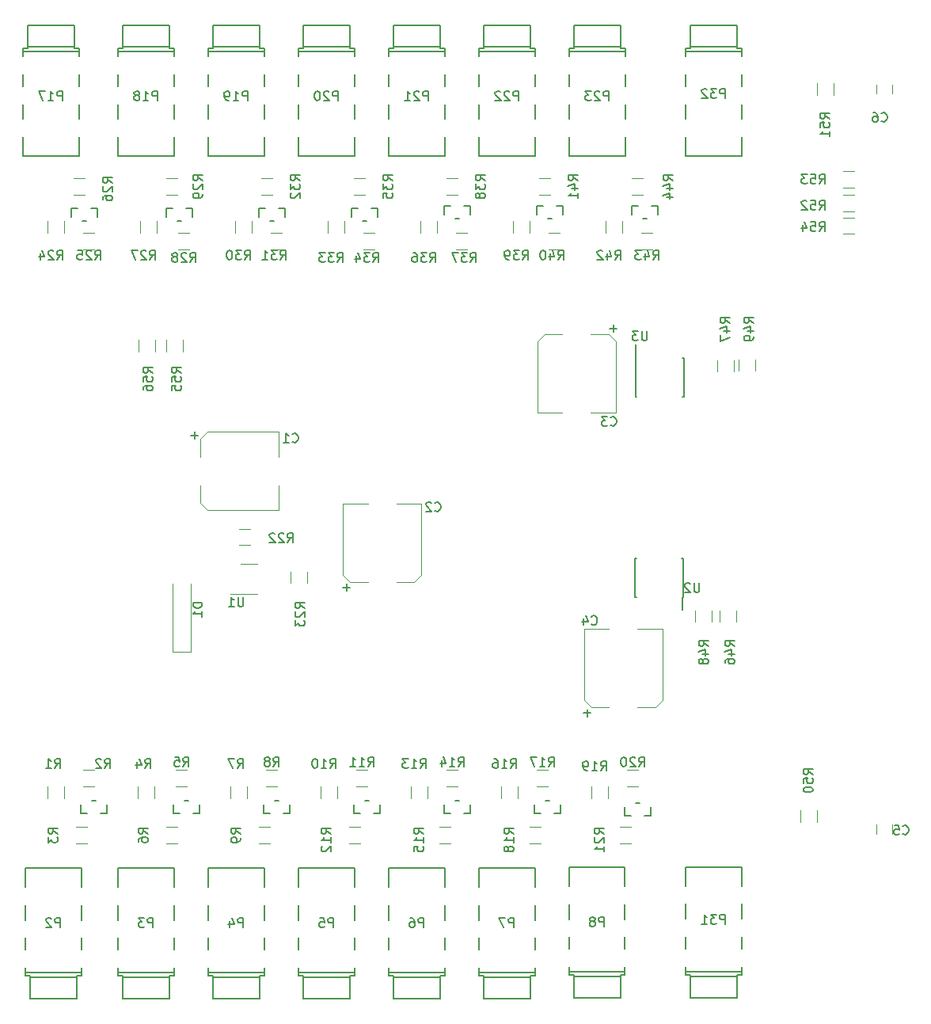
<source format=gbr>
G04 #@! TF.FileFunction,Legend,Bot*
%FSLAX46Y46*%
G04 Gerber Fmt 4.6, Leading zero omitted, Abs format (unit mm)*
G04 Created by KiCad (PCBNEW 4.0.6-e0-6349~53~ubuntu16.04.1) date Thu Jun 29 18:49:34 2017*
%MOMM*%
%LPD*%
G01*
G04 APERTURE LIST*
%ADD10C,0.100000*%
%ADD11C,0.120000*%
%ADD12C,0.150000*%
%ADD13C,0.200660*%
G04 APERTURE END LIST*
D10*
D11*
X152843500Y-62040500D02*
X152843500Y-64720500D01*
X152843500Y-70420500D02*
X152843500Y-67740500D01*
X144463500Y-69660500D02*
X144463500Y-67740500D01*
X144463500Y-62800500D02*
X144463500Y-64720500D01*
X152843500Y-62040500D02*
X145223500Y-62040500D01*
X145223500Y-62040500D02*
X144463500Y-62800500D01*
X144463500Y-69660500D02*
X145223500Y-70420500D01*
X145223500Y-70420500D02*
X152843500Y-70420500D01*
X159767000Y-69724000D02*
X162447000Y-69724000D01*
X168147000Y-69724000D02*
X165467000Y-69724000D01*
X167387000Y-78104000D02*
X165467000Y-78104000D01*
X160527000Y-78104000D02*
X162447000Y-78104000D01*
X159767000Y-69724000D02*
X159767000Y-77344000D01*
X159767000Y-77344000D02*
X160527000Y-78104000D01*
X167387000Y-78104000D02*
X168147000Y-77344000D01*
X168147000Y-77344000D02*
X168147000Y-69724000D01*
X188911500Y-59943000D02*
X186231500Y-59943000D01*
X180531500Y-59943000D02*
X183211500Y-59943000D01*
X181291500Y-51563000D02*
X183211500Y-51563000D01*
X188151500Y-51563000D02*
X186231500Y-51563000D01*
X188911500Y-59943000D02*
X188911500Y-52323000D01*
X188911500Y-52323000D02*
X188151500Y-51563000D01*
X181291500Y-51563000D02*
X180531500Y-52323000D01*
X180531500Y-52323000D02*
X180531500Y-59943000D01*
X185522600Y-83135200D02*
X188202600Y-83135200D01*
X193902600Y-83135200D02*
X191222600Y-83135200D01*
X193142600Y-91515200D02*
X191222600Y-91515200D01*
X186282600Y-91515200D02*
X188202600Y-91515200D01*
X185522600Y-83135200D02*
X185522600Y-90755200D01*
X185522600Y-90755200D02*
X186282600Y-91515200D01*
X193142600Y-91515200D02*
X193902600Y-90755200D01*
X193902600Y-90755200D02*
X193902600Y-83135200D01*
X218528000Y-104021000D02*
X218528000Y-105021000D01*
X216828000Y-105021000D02*
X216828000Y-104021000D01*
X216828000Y-25900000D02*
X216828000Y-24900000D01*
X218528000Y-24900000D02*
X218528000Y-25900000D01*
X129912000Y-101184000D02*
X129912000Y-99984000D01*
X128152000Y-99984000D02*
X128152000Y-101184000D01*
X131988000Y-99940000D02*
X133188000Y-99940000D01*
X133188000Y-98180000D02*
X131988000Y-98180000D01*
X132426000Y-104276000D02*
X131226000Y-104276000D01*
X131226000Y-106036000D02*
X132426000Y-106036000D01*
X139564000Y-101184000D02*
X139564000Y-99984000D01*
X137804000Y-99984000D02*
X137804000Y-101184000D01*
X141894000Y-99940000D02*
X143094000Y-99940000D01*
X143094000Y-98180000D02*
X141894000Y-98180000D01*
X142078000Y-104276000D02*
X140878000Y-104276000D01*
X140878000Y-106036000D02*
X142078000Y-106036000D01*
X149470000Y-101184000D02*
X149470000Y-99984000D01*
X147710000Y-99984000D02*
X147710000Y-101184000D01*
X151546000Y-99940000D02*
X152746000Y-99940000D01*
X152746000Y-98180000D02*
X151546000Y-98180000D01*
X151984000Y-104276000D02*
X150784000Y-104276000D01*
X150784000Y-106036000D02*
X151984000Y-106036000D01*
X159122000Y-101184000D02*
X159122000Y-99984000D01*
X157362000Y-99984000D02*
X157362000Y-101184000D01*
X161198000Y-99940000D02*
X162398000Y-99940000D01*
X162398000Y-98180000D02*
X161198000Y-98180000D01*
X161636000Y-104276000D02*
X160436000Y-104276000D01*
X160436000Y-106036000D02*
X161636000Y-106036000D01*
X168774000Y-101184000D02*
X168774000Y-99984000D01*
X167014000Y-99984000D02*
X167014000Y-101184000D01*
X170850000Y-99940000D02*
X172050000Y-99940000D01*
X172050000Y-98180000D02*
X170850000Y-98180000D01*
X171288000Y-104276000D02*
X170088000Y-104276000D01*
X170088000Y-106036000D02*
X171288000Y-106036000D01*
X178426000Y-101184000D02*
X178426000Y-99984000D01*
X176666000Y-99984000D02*
X176666000Y-101184000D01*
X180502000Y-99940000D02*
X181702000Y-99940000D01*
X181702000Y-98180000D02*
X180502000Y-98180000D01*
X180940000Y-104276000D02*
X179740000Y-104276000D01*
X179740000Y-106036000D02*
X180940000Y-106036000D01*
X188078000Y-101184000D02*
X188078000Y-99984000D01*
X186318000Y-99984000D02*
X186318000Y-101184000D01*
X190154000Y-99940000D02*
X191354000Y-99940000D01*
X191354000Y-98180000D02*
X190154000Y-98180000D01*
X190592000Y-104276000D02*
X189392000Y-104276000D01*
X189392000Y-106036000D02*
X190592000Y-106036000D01*
X149825000Y-72399000D02*
X148625000Y-72399000D01*
X148625000Y-74159000D02*
X149825000Y-74159000D01*
X154187000Y-76997000D02*
X154187000Y-78197000D01*
X155947000Y-78197000D02*
X155947000Y-76997000D01*
X128152000Y-39532000D02*
X128152000Y-40732000D01*
X129912000Y-40732000D02*
X129912000Y-39532000D01*
X131988000Y-42536000D02*
X133188000Y-42536000D01*
X133188000Y-40776000D02*
X131988000Y-40776000D01*
X132172000Y-34934000D02*
X130972000Y-34934000D01*
X130972000Y-36694000D02*
X132172000Y-36694000D01*
X138058000Y-39532000D02*
X138058000Y-40732000D01*
X139818000Y-40732000D02*
X139818000Y-39532000D01*
X142148000Y-42536000D02*
X143348000Y-42536000D01*
X143348000Y-40776000D02*
X142148000Y-40776000D01*
X142078000Y-34934000D02*
X140878000Y-34934000D01*
X140878000Y-36694000D02*
X142078000Y-36694000D01*
X148218000Y-39532000D02*
X148218000Y-40732000D01*
X149978000Y-40732000D02*
X149978000Y-39532000D01*
X152054000Y-42536000D02*
X153254000Y-42536000D01*
X153254000Y-40776000D02*
X152054000Y-40776000D01*
X152238000Y-34934000D02*
X151038000Y-34934000D01*
X151038000Y-36694000D02*
X152238000Y-36694000D01*
X158124000Y-39532000D02*
X158124000Y-40732000D01*
X159884000Y-40732000D02*
X159884000Y-39532000D01*
X161960000Y-42536000D02*
X163160000Y-42536000D01*
X163160000Y-40776000D02*
X161960000Y-40776000D01*
X162144000Y-34934000D02*
X160944000Y-34934000D01*
X160944000Y-36694000D02*
X162144000Y-36694000D01*
X168030000Y-39532000D02*
X168030000Y-40732000D01*
X169790000Y-40732000D02*
X169790000Y-39532000D01*
X171866000Y-42536000D02*
X173066000Y-42536000D01*
X173066000Y-40776000D02*
X171866000Y-40776000D01*
X172050000Y-34934000D02*
X170850000Y-34934000D01*
X170850000Y-36694000D02*
X172050000Y-36694000D01*
X177936000Y-39532000D02*
X177936000Y-40732000D01*
X179696000Y-40732000D02*
X179696000Y-39532000D01*
X181772000Y-42536000D02*
X182972000Y-42536000D01*
X182972000Y-40776000D02*
X181772000Y-40776000D01*
X181956000Y-34934000D02*
X180756000Y-34934000D01*
X180756000Y-36694000D02*
X181956000Y-36694000D01*
X187842000Y-39532000D02*
X187842000Y-40732000D01*
X189602000Y-40732000D02*
X189602000Y-39532000D01*
X191678000Y-42536000D02*
X192878000Y-42536000D01*
X192878000Y-40776000D02*
X191678000Y-40776000D01*
X191862000Y-34934000D02*
X190662000Y-34934000D01*
X190662000Y-36694000D02*
X191862000Y-36694000D01*
X200034000Y-81124500D02*
X200034000Y-82324500D01*
X201794000Y-82324500D02*
X201794000Y-81124500D01*
X199190500Y-82324500D02*
X199190500Y-81124500D01*
X197430500Y-81124500D02*
X197430500Y-82324500D01*
X201540000Y-55591000D02*
X201540000Y-54391000D01*
X199780000Y-54391000D02*
X199780000Y-55591000D01*
X202066000Y-54327500D02*
X202066000Y-55527500D01*
X203826000Y-55527500D02*
X203826000Y-54327500D01*
X208670000Y-102524000D02*
X208670000Y-103724000D01*
X210430000Y-103724000D02*
X210430000Y-102524000D01*
X212208000Y-26000000D02*
X212208000Y-24800000D01*
X210448000Y-24800000D02*
X210448000Y-26000000D01*
X148833000Y-76114000D02*
X150633000Y-76114000D01*
X150633000Y-79334000D02*
X147683000Y-79334000D01*
D12*
X196123000Y-79672000D02*
X196073000Y-79672000D01*
X196123000Y-75522000D02*
X195978000Y-75522000D01*
X190973000Y-75522000D02*
X191118000Y-75522000D01*
X190973000Y-79672000D02*
X191118000Y-79672000D01*
X196123000Y-79672000D02*
X196123000Y-75522000D01*
X190973000Y-79672000D02*
X190973000Y-75522000D01*
X196073000Y-79672000D02*
X196073000Y-81072000D01*
X191036500Y-54122500D02*
X191086500Y-54122500D01*
X191036500Y-58272500D02*
X191181500Y-58272500D01*
X196186500Y-58272500D02*
X196041500Y-58272500D01*
X196186500Y-54122500D02*
X196041500Y-54122500D01*
X191036500Y-54122500D02*
X191036500Y-58272500D01*
X196186500Y-54122500D02*
X196186500Y-58272500D01*
X191086500Y-54122500D02*
X191086500Y-52722500D01*
X126278000Y-120364000D02*
X131278000Y-120364000D01*
X125778000Y-119864000D02*
X131778000Y-119864000D01*
X125778000Y-116114000D02*
X125778000Y-117414000D01*
X125778000Y-112614000D02*
X125778000Y-114214000D01*
X131778000Y-110714000D02*
X131778000Y-108664000D01*
X131778000Y-108664000D02*
X125778000Y-108664000D01*
X125778000Y-108664000D02*
X125778000Y-110714000D01*
X131778000Y-114214000D02*
X131778000Y-112614000D01*
X131778000Y-117414000D02*
X131778000Y-116114000D01*
X125778000Y-119314000D02*
X125778000Y-120164000D01*
X125778000Y-120164000D02*
X126278000Y-120164000D01*
X126278000Y-120164000D02*
X126278000Y-122664000D01*
X126278000Y-122664000D02*
X131278000Y-122664000D01*
X131278000Y-122664000D02*
X131278000Y-120164000D01*
X131278000Y-120164000D02*
X131778000Y-120164000D01*
X131778000Y-120164000D02*
X131778000Y-119314000D01*
X136184000Y-120364000D02*
X141184000Y-120364000D01*
X135684000Y-119864000D02*
X141684000Y-119864000D01*
X135684000Y-116114000D02*
X135684000Y-117414000D01*
X135684000Y-112614000D02*
X135684000Y-114214000D01*
X141684000Y-110714000D02*
X141684000Y-108664000D01*
X141684000Y-108664000D02*
X135684000Y-108664000D01*
X135684000Y-108664000D02*
X135684000Y-110714000D01*
X141684000Y-114214000D02*
X141684000Y-112614000D01*
X141684000Y-117414000D02*
X141684000Y-116114000D01*
X135684000Y-119314000D02*
X135684000Y-120164000D01*
X135684000Y-120164000D02*
X136184000Y-120164000D01*
X136184000Y-120164000D02*
X136184000Y-122664000D01*
X136184000Y-122664000D02*
X141184000Y-122664000D01*
X141184000Y-122664000D02*
X141184000Y-120164000D01*
X141184000Y-120164000D02*
X141684000Y-120164000D01*
X141684000Y-120164000D02*
X141684000Y-119314000D01*
X145836000Y-120364000D02*
X150836000Y-120364000D01*
X145336000Y-119864000D02*
X151336000Y-119864000D01*
X145336000Y-116114000D02*
X145336000Y-117414000D01*
X145336000Y-112614000D02*
X145336000Y-114214000D01*
X151336000Y-110714000D02*
X151336000Y-108664000D01*
X151336000Y-108664000D02*
X145336000Y-108664000D01*
X145336000Y-108664000D02*
X145336000Y-110714000D01*
X151336000Y-114214000D02*
X151336000Y-112614000D01*
X151336000Y-117414000D02*
X151336000Y-116114000D01*
X145336000Y-119314000D02*
X145336000Y-120164000D01*
X145336000Y-120164000D02*
X145836000Y-120164000D01*
X145836000Y-120164000D02*
X145836000Y-122664000D01*
X145836000Y-122664000D02*
X150836000Y-122664000D01*
X150836000Y-122664000D02*
X150836000Y-120164000D01*
X150836000Y-120164000D02*
X151336000Y-120164000D01*
X151336000Y-120164000D02*
X151336000Y-119314000D01*
X155488000Y-120364000D02*
X160488000Y-120364000D01*
X154988000Y-119864000D02*
X160988000Y-119864000D01*
X154988000Y-116114000D02*
X154988000Y-117414000D01*
X154988000Y-112614000D02*
X154988000Y-114214000D01*
X160988000Y-110714000D02*
X160988000Y-108664000D01*
X160988000Y-108664000D02*
X154988000Y-108664000D01*
X154988000Y-108664000D02*
X154988000Y-110714000D01*
X160988000Y-114214000D02*
X160988000Y-112614000D01*
X160988000Y-117414000D02*
X160988000Y-116114000D01*
X154988000Y-119314000D02*
X154988000Y-120164000D01*
X154988000Y-120164000D02*
X155488000Y-120164000D01*
X155488000Y-120164000D02*
X155488000Y-122664000D01*
X155488000Y-122664000D02*
X160488000Y-122664000D01*
X160488000Y-122664000D02*
X160488000Y-120164000D01*
X160488000Y-120164000D02*
X160988000Y-120164000D01*
X160988000Y-120164000D02*
X160988000Y-119314000D01*
X165140000Y-120364000D02*
X170140000Y-120364000D01*
X164640000Y-119864000D02*
X170640000Y-119864000D01*
X164640000Y-116114000D02*
X164640000Y-117414000D01*
X164640000Y-112614000D02*
X164640000Y-114214000D01*
X170640000Y-110714000D02*
X170640000Y-108664000D01*
X170640000Y-108664000D02*
X164640000Y-108664000D01*
X164640000Y-108664000D02*
X164640000Y-110714000D01*
X170640000Y-114214000D02*
X170640000Y-112614000D01*
X170640000Y-117414000D02*
X170640000Y-116114000D01*
X164640000Y-119314000D02*
X164640000Y-120164000D01*
X164640000Y-120164000D02*
X165140000Y-120164000D01*
X165140000Y-120164000D02*
X165140000Y-122664000D01*
X165140000Y-122664000D02*
X170140000Y-122664000D01*
X170140000Y-122664000D02*
X170140000Y-120164000D01*
X170140000Y-120164000D02*
X170640000Y-120164000D01*
X170640000Y-120164000D02*
X170640000Y-119314000D01*
X174792000Y-120364000D02*
X179792000Y-120364000D01*
X174292000Y-119864000D02*
X180292000Y-119864000D01*
X174292000Y-116114000D02*
X174292000Y-117414000D01*
X174292000Y-112614000D02*
X174292000Y-114214000D01*
X180292000Y-110714000D02*
X180292000Y-108664000D01*
X180292000Y-108664000D02*
X174292000Y-108664000D01*
X174292000Y-108664000D02*
X174292000Y-110714000D01*
X180292000Y-114214000D02*
X180292000Y-112614000D01*
X180292000Y-117414000D02*
X180292000Y-116114000D01*
X174292000Y-119314000D02*
X174292000Y-120164000D01*
X174292000Y-120164000D02*
X174792000Y-120164000D01*
X174792000Y-120164000D02*
X174792000Y-122664000D01*
X174792000Y-122664000D02*
X179792000Y-122664000D01*
X179792000Y-122664000D02*
X179792000Y-120164000D01*
X179792000Y-120164000D02*
X180292000Y-120164000D01*
X180292000Y-120164000D02*
X180292000Y-119314000D01*
X184418600Y-120287800D02*
X189418600Y-120287800D01*
X183918600Y-119787800D02*
X189918600Y-119787800D01*
X183918600Y-116037800D02*
X183918600Y-117337800D01*
X183918600Y-112537800D02*
X183918600Y-114137800D01*
X189918600Y-110637800D02*
X189918600Y-108587800D01*
X189918600Y-108587800D02*
X183918600Y-108587800D01*
X183918600Y-108587800D02*
X183918600Y-110637800D01*
X189918600Y-114137800D02*
X189918600Y-112537800D01*
X189918600Y-117337800D02*
X189918600Y-116037800D01*
X183918600Y-119237800D02*
X183918600Y-120087800D01*
X183918600Y-120087800D02*
X184418600Y-120087800D01*
X184418600Y-120087800D02*
X184418600Y-122587800D01*
X184418600Y-122587800D02*
X189418600Y-122587800D01*
X189418600Y-122587800D02*
X189418600Y-120087800D01*
X189418600Y-120087800D02*
X189918600Y-120087800D01*
X189918600Y-120087800D02*
X189918600Y-119237800D01*
X131024000Y-20860000D02*
X126024000Y-20860000D01*
X131524000Y-21360000D02*
X125524000Y-21360000D01*
X131524000Y-25110000D02*
X131524000Y-23810000D01*
X131524000Y-28610000D02*
X131524000Y-27010000D01*
X125524000Y-30510000D02*
X125524000Y-32560000D01*
X125524000Y-32560000D02*
X131524000Y-32560000D01*
X131524000Y-32560000D02*
X131524000Y-30510000D01*
X125524000Y-27010000D02*
X125524000Y-28610000D01*
X125524000Y-23810000D02*
X125524000Y-25110000D01*
X131524000Y-21910000D02*
X131524000Y-21060000D01*
X131524000Y-21060000D02*
X131024000Y-21060000D01*
X131024000Y-21060000D02*
X131024000Y-18560000D01*
X131024000Y-18560000D02*
X126024000Y-18560000D01*
X126024000Y-18560000D02*
X126024000Y-21060000D01*
X126024000Y-21060000D02*
X125524000Y-21060000D01*
X125524000Y-21060000D02*
X125524000Y-21910000D01*
X141184000Y-20860000D02*
X136184000Y-20860000D01*
X141684000Y-21360000D02*
X135684000Y-21360000D01*
X141684000Y-25110000D02*
X141684000Y-23810000D01*
X141684000Y-28610000D02*
X141684000Y-27010000D01*
X135684000Y-30510000D02*
X135684000Y-32560000D01*
X135684000Y-32560000D02*
X141684000Y-32560000D01*
X141684000Y-32560000D02*
X141684000Y-30510000D01*
X135684000Y-27010000D02*
X135684000Y-28610000D01*
X135684000Y-23810000D02*
X135684000Y-25110000D01*
X141684000Y-21910000D02*
X141684000Y-21060000D01*
X141684000Y-21060000D02*
X141184000Y-21060000D01*
X141184000Y-21060000D02*
X141184000Y-18560000D01*
X141184000Y-18560000D02*
X136184000Y-18560000D01*
X136184000Y-18560000D02*
X136184000Y-21060000D01*
X136184000Y-21060000D02*
X135684000Y-21060000D01*
X135684000Y-21060000D02*
X135684000Y-21910000D01*
X150836000Y-20860000D02*
X145836000Y-20860000D01*
X151336000Y-21360000D02*
X145336000Y-21360000D01*
X151336000Y-25110000D02*
X151336000Y-23810000D01*
X151336000Y-28610000D02*
X151336000Y-27010000D01*
X145336000Y-30510000D02*
X145336000Y-32560000D01*
X145336000Y-32560000D02*
X151336000Y-32560000D01*
X151336000Y-32560000D02*
X151336000Y-30510000D01*
X145336000Y-27010000D02*
X145336000Y-28610000D01*
X145336000Y-23810000D02*
X145336000Y-25110000D01*
X151336000Y-21910000D02*
X151336000Y-21060000D01*
X151336000Y-21060000D02*
X150836000Y-21060000D01*
X150836000Y-21060000D02*
X150836000Y-18560000D01*
X150836000Y-18560000D02*
X145836000Y-18560000D01*
X145836000Y-18560000D02*
X145836000Y-21060000D01*
X145836000Y-21060000D02*
X145336000Y-21060000D01*
X145336000Y-21060000D02*
X145336000Y-21910000D01*
X160488000Y-20860000D02*
X155488000Y-20860000D01*
X160988000Y-21360000D02*
X154988000Y-21360000D01*
X160988000Y-25110000D02*
X160988000Y-23810000D01*
X160988000Y-28610000D02*
X160988000Y-27010000D01*
X154988000Y-30510000D02*
X154988000Y-32560000D01*
X154988000Y-32560000D02*
X160988000Y-32560000D01*
X160988000Y-32560000D02*
X160988000Y-30510000D01*
X154988000Y-27010000D02*
X154988000Y-28610000D01*
X154988000Y-23810000D02*
X154988000Y-25110000D01*
X160988000Y-21910000D02*
X160988000Y-21060000D01*
X160988000Y-21060000D02*
X160488000Y-21060000D01*
X160488000Y-21060000D02*
X160488000Y-18560000D01*
X160488000Y-18560000D02*
X155488000Y-18560000D01*
X155488000Y-18560000D02*
X155488000Y-21060000D01*
X155488000Y-21060000D02*
X154988000Y-21060000D01*
X154988000Y-21060000D02*
X154988000Y-21910000D01*
X170140000Y-20860000D02*
X165140000Y-20860000D01*
X170640000Y-21360000D02*
X164640000Y-21360000D01*
X170640000Y-25110000D02*
X170640000Y-23810000D01*
X170640000Y-28610000D02*
X170640000Y-27010000D01*
X164640000Y-30510000D02*
X164640000Y-32560000D01*
X164640000Y-32560000D02*
X170640000Y-32560000D01*
X170640000Y-32560000D02*
X170640000Y-30510000D01*
X164640000Y-27010000D02*
X164640000Y-28610000D01*
X164640000Y-23810000D02*
X164640000Y-25110000D01*
X170640000Y-21910000D02*
X170640000Y-21060000D01*
X170640000Y-21060000D02*
X170140000Y-21060000D01*
X170140000Y-21060000D02*
X170140000Y-18560000D01*
X170140000Y-18560000D02*
X165140000Y-18560000D01*
X165140000Y-18560000D02*
X165140000Y-21060000D01*
X165140000Y-21060000D02*
X164640000Y-21060000D01*
X164640000Y-21060000D02*
X164640000Y-21910000D01*
X179792000Y-20860000D02*
X174792000Y-20860000D01*
X180292000Y-21360000D02*
X174292000Y-21360000D01*
X180292000Y-25110000D02*
X180292000Y-23810000D01*
X180292000Y-28610000D02*
X180292000Y-27010000D01*
X174292000Y-30510000D02*
X174292000Y-32560000D01*
X174292000Y-32560000D02*
X180292000Y-32560000D01*
X180292000Y-32560000D02*
X180292000Y-30510000D01*
X174292000Y-27010000D02*
X174292000Y-28610000D01*
X174292000Y-23810000D02*
X174292000Y-25110000D01*
X180292000Y-21910000D02*
X180292000Y-21060000D01*
X180292000Y-21060000D02*
X179792000Y-21060000D01*
X179792000Y-21060000D02*
X179792000Y-18560000D01*
X179792000Y-18560000D02*
X174792000Y-18560000D01*
X174792000Y-18560000D02*
X174792000Y-21060000D01*
X174792000Y-21060000D02*
X174292000Y-21060000D01*
X174292000Y-21060000D02*
X174292000Y-21910000D01*
X189444000Y-20860000D02*
X184444000Y-20860000D01*
X189944000Y-21360000D02*
X183944000Y-21360000D01*
X189944000Y-25110000D02*
X189944000Y-23810000D01*
X189944000Y-28610000D02*
X189944000Y-27010000D01*
X183944000Y-30510000D02*
X183944000Y-32560000D01*
X183944000Y-32560000D02*
X189944000Y-32560000D01*
X189944000Y-32560000D02*
X189944000Y-30510000D01*
X183944000Y-27010000D02*
X183944000Y-28610000D01*
X183944000Y-23810000D02*
X183944000Y-25110000D01*
X189944000Y-21910000D02*
X189944000Y-21060000D01*
X189944000Y-21060000D02*
X189444000Y-21060000D01*
X189444000Y-21060000D02*
X189444000Y-18560000D01*
X189444000Y-18560000D02*
X184444000Y-18560000D01*
X184444000Y-18560000D02*
X184444000Y-21060000D01*
X184444000Y-21060000D02*
X183944000Y-21060000D01*
X183944000Y-21060000D02*
X183944000Y-21910000D01*
X196890000Y-120262400D02*
X201890000Y-120262400D01*
X196390000Y-119762400D02*
X202390000Y-119762400D01*
X196390000Y-116012400D02*
X196390000Y-117312400D01*
X196390000Y-112512400D02*
X196390000Y-114112400D01*
X202390000Y-110612400D02*
X202390000Y-108562400D01*
X202390000Y-108562400D02*
X196390000Y-108562400D01*
X196390000Y-108562400D02*
X196390000Y-110612400D01*
X202390000Y-114112400D02*
X202390000Y-112512400D01*
X202390000Y-117312400D02*
X202390000Y-116012400D01*
X196390000Y-119212400D02*
X196390000Y-120062400D01*
X196390000Y-120062400D02*
X196890000Y-120062400D01*
X196890000Y-120062400D02*
X196890000Y-122562400D01*
X196890000Y-122562400D02*
X201890000Y-122562400D01*
X201890000Y-122562400D02*
X201890000Y-120062400D01*
X201890000Y-120062400D02*
X202390000Y-120062400D01*
X202390000Y-120062400D02*
X202390000Y-119212400D01*
X201890000Y-20860000D02*
X196890000Y-20860000D01*
X202390000Y-21360000D02*
X196390000Y-21360000D01*
X202390000Y-25110000D02*
X202390000Y-23810000D01*
X202390000Y-28610000D02*
X202390000Y-27010000D01*
X196390000Y-30510000D02*
X196390000Y-32560000D01*
X196390000Y-32560000D02*
X202390000Y-32560000D01*
X202390000Y-32560000D02*
X202390000Y-30510000D01*
X196390000Y-27010000D02*
X196390000Y-28610000D01*
X196390000Y-23810000D02*
X196390000Y-25110000D01*
X202390000Y-21910000D02*
X202390000Y-21060000D01*
X202390000Y-21060000D02*
X201890000Y-21060000D01*
X201890000Y-21060000D02*
X201890000Y-18560000D01*
X201890000Y-18560000D02*
X196890000Y-18560000D01*
X196890000Y-18560000D02*
X196890000Y-21060000D01*
X196890000Y-21060000D02*
X196390000Y-21060000D01*
X196390000Y-21060000D02*
X196390000Y-21910000D01*
D13*
X132895340Y-101457760D02*
X133296660Y-101457760D01*
X134495540Y-102809040D02*
X134495540Y-101859080D01*
X134495540Y-102809040D02*
X133797040Y-102809040D01*
X131696460Y-102809040D02*
X132394960Y-102809040D01*
X131696460Y-102809040D02*
X131696460Y-101859080D01*
X142801340Y-101457760D02*
X143202660Y-101457760D01*
X144401540Y-102809040D02*
X144401540Y-101859080D01*
X144401540Y-102809040D02*
X143703040Y-102809040D01*
X141602460Y-102809040D02*
X142300960Y-102809040D01*
X141602460Y-102809040D02*
X141602460Y-101859080D01*
X152453340Y-101457760D02*
X152854660Y-101457760D01*
X154053540Y-102809040D02*
X154053540Y-101859080D01*
X154053540Y-102809040D02*
X153355040Y-102809040D01*
X151254460Y-102809040D02*
X151952960Y-102809040D01*
X151254460Y-102809040D02*
X151254460Y-101859080D01*
X162105340Y-101457760D02*
X162506660Y-101457760D01*
X163705540Y-102809040D02*
X163705540Y-101859080D01*
X163705540Y-102809040D02*
X163007040Y-102809040D01*
X160906460Y-102809040D02*
X161604960Y-102809040D01*
X160906460Y-102809040D02*
X160906460Y-101859080D01*
X171757340Y-101457760D02*
X172158660Y-101457760D01*
X173357540Y-102809040D02*
X173357540Y-101859080D01*
X173357540Y-102809040D02*
X172659040Y-102809040D01*
X170558460Y-102809040D02*
X171256960Y-102809040D01*
X170558460Y-102809040D02*
X170558460Y-101859080D01*
X181409340Y-101457760D02*
X181810660Y-101457760D01*
X183009540Y-102809040D02*
X183009540Y-101859080D01*
X183009540Y-102809040D02*
X182311040Y-102809040D01*
X180210460Y-102809040D02*
X180908960Y-102809040D01*
X180210460Y-102809040D02*
X180210460Y-101859080D01*
X191061340Y-101711760D02*
X191462660Y-101711760D01*
X192661540Y-103063040D02*
X192661540Y-102113080D01*
X192661540Y-103063040D02*
X191963040Y-103063040D01*
X189862460Y-103063040D02*
X190560960Y-103063040D01*
X189862460Y-103063040D02*
X189862460Y-102113080D01*
X132280660Y-39512240D02*
X131879340Y-39512240D01*
X130680460Y-38160960D02*
X130680460Y-39110920D01*
X130680460Y-38160960D02*
X131378960Y-38160960D01*
X133479540Y-38160960D02*
X132781040Y-38160960D01*
X133479540Y-38160960D02*
X133479540Y-39110920D01*
X142440660Y-39512240D02*
X142039340Y-39512240D01*
X140840460Y-38160960D02*
X140840460Y-39110920D01*
X140840460Y-38160960D02*
X141538960Y-38160960D01*
X143639540Y-38160960D02*
X142941040Y-38160960D01*
X143639540Y-38160960D02*
X143639540Y-39110920D01*
X152346660Y-39512240D02*
X151945340Y-39512240D01*
X150746460Y-38160960D02*
X150746460Y-39110920D01*
X150746460Y-38160960D02*
X151444960Y-38160960D01*
X153545540Y-38160960D02*
X152847040Y-38160960D01*
X153545540Y-38160960D02*
X153545540Y-39110920D01*
X162252660Y-39512240D02*
X161851340Y-39512240D01*
X160652460Y-38160960D02*
X160652460Y-39110920D01*
X160652460Y-38160960D02*
X161350960Y-38160960D01*
X163451540Y-38160960D02*
X162753040Y-38160960D01*
X163451540Y-38160960D02*
X163451540Y-39110920D01*
X172158660Y-39258240D02*
X171757340Y-39258240D01*
X170558460Y-37906960D02*
X170558460Y-38856920D01*
X170558460Y-37906960D02*
X171256960Y-37906960D01*
X173357540Y-37906960D02*
X172659040Y-37906960D01*
X173357540Y-37906960D02*
X173357540Y-38856920D01*
X182064660Y-39258240D02*
X181663340Y-39258240D01*
X180464460Y-37906960D02*
X180464460Y-38856920D01*
X180464460Y-37906960D02*
X181162960Y-37906960D01*
X183263540Y-37906960D02*
X182565040Y-37906960D01*
X183263540Y-37906960D02*
X183263540Y-38856920D01*
X192224660Y-39258240D02*
X191823340Y-39258240D01*
X190624460Y-37906960D02*
X190624460Y-38856920D01*
X190624460Y-37906960D02*
X191322960Y-37906960D01*
X193423540Y-37906960D02*
X192725040Y-37906960D01*
X193423540Y-37906960D02*
X193423540Y-38856920D01*
D11*
X143494000Y-78276000D02*
X143494000Y-85576000D01*
X143494000Y-85576000D02*
X141494000Y-85576000D01*
X141494000Y-85576000D02*
X141494000Y-78276000D01*
X213268000Y-38472000D02*
X214468000Y-38472000D01*
X214468000Y-36712000D02*
X213268000Y-36712000D01*
X213268000Y-35932000D02*
X214468000Y-35932000D01*
X214468000Y-34172000D02*
X213268000Y-34172000D01*
X214468000Y-39125000D02*
X213268000Y-39125000D01*
X213268000Y-40885000D02*
X214468000Y-40885000D01*
X140852000Y-52232000D02*
X140852000Y-53432000D01*
X142612000Y-53432000D02*
X142612000Y-52232000D01*
X137931000Y-52232000D02*
X137931000Y-53432000D01*
X139691000Y-53432000D02*
X139691000Y-52232000D01*
D12*
X154344666Y-63095143D02*
X154392285Y-63142762D01*
X154535142Y-63190381D01*
X154630380Y-63190381D01*
X154773238Y-63142762D01*
X154868476Y-63047524D01*
X154916095Y-62952286D01*
X154963714Y-62761810D01*
X154963714Y-62618952D01*
X154916095Y-62428476D01*
X154868476Y-62333238D01*
X154773238Y-62238000D01*
X154630380Y-62190381D01*
X154535142Y-62190381D01*
X154392285Y-62238000D01*
X154344666Y-62285619D01*
X153392285Y-63190381D02*
X153963714Y-63190381D01*
X153678000Y-63190381D02*
X153678000Y-62190381D01*
X153773238Y-62333238D01*
X153868476Y-62428476D01*
X153963714Y-62476095D01*
X144254452Y-62401929D02*
X143492547Y-62401929D01*
X143873499Y-62782881D02*
X143873499Y-62020976D01*
X169584666Y-70461143D02*
X169632285Y-70508762D01*
X169775142Y-70556381D01*
X169870380Y-70556381D01*
X170013238Y-70508762D01*
X170108476Y-70413524D01*
X170156095Y-70318286D01*
X170203714Y-70127810D01*
X170203714Y-69984952D01*
X170156095Y-69794476D01*
X170108476Y-69699238D01*
X170013238Y-69604000D01*
X169870380Y-69556381D01*
X169775142Y-69556381D01*
X169632285Y-69604000D01*
X169584666Y-69651619D01*
X169203714Y-69651619D02*
X169156095Y-69604000D01*
X169060857Y-69556381D01*
X168822761Y-69556381D01*
X168727523Y-69604000D01*
X168679904Y-69651619D01*
X168632285Y-69746857D01*
X168632285Y-69842095D01*
X168679904Y-69984952D01*
X169251333Y-70556381D01*
X168632285Y-70556381D01*
X160128429Y-78313048D02*
X160128429Y-79074953D01*
X160509381Y-78694001D02*
X159747476Y-78694001D01*
X188380666Y-61317143D02*
X188428285Y-61364762D01*
X188571142Y-61412381D01*
X188666380Y-61412381D01*
X188809238Y-61364762D01*
X188904476Y-61269524D01*
X188952095Y-61174286D01*
X188999714Y-60983810D01*
X188999714Y-60840952D01*
X188952095Y-60650476D01*
X188904476Y-60555238D01*
X188809238Y-60460000D01*
X188666380Y-60412381D01*
X188571142Y-60412381D01*
X188428285Y-60460000D01*
X188380666Y-60507619D01*
X188047333Y-60412381D02*
X187428285Y-60412381D01*
X187761619Y-60793333D01*
X187618761Y-60793333D01*
X187523523Y-60840952D01*
X187475904Y-60888571D01*
X187428285Y-60983810D01*
X187428285Y-61221905D01*
X187475904Y-61317143D01*
X187523523Y-61364762D01*
X187618761Y-61412381D01*
X187904476Y-61412381D01*
X187999714Y-61364762D01*
X188047333Y-61317143D01*
X188692929Y-50592048D02*
X188692929Y-51353953D01*
X189073881Y-50973001D02*
X188311976Y-50973001D01*
X186323266Y-82602343D02*
X186370885Y-82649962D01*
X186513742Y-82697581D01*
X186608980Y-82697581D01*
X186751838Y-82649962D01*
X186847076Y-82554724D01*
X186894695Y-82459486D01*
X186942314Y-82269010D01*
X186942314Y-82126152D01*
X186894695Y-81935676D01*
X186847076Y-81840438D01*
X186751838Y-81745200D01*
X186608980Y-81697581D01*
X186513742Y-81697581D01*
X186370885Y-81745200D01*
X186323266Y-81792819D01*
X185466123Y-82030914D02*
X185466123Y-82697581D01*
X185704219Y-81649962D02*
X185942314Y-82364248D01*
X185323266Y-82364248D01*
X185884029Y-91724248D02*
X185884029Y-92486153D01*
X186264981Y-92105201D02*
X185503076Y-92105201D01*
X219622666Y-105005143D02*
X219670285Y-105052762D01*
X219813142Y-105100381D01*
X219908380Y-105100381D01*
X220051238Y-105052762D01*
X220146476Y-104957524D01*
X220194095Y-104862286D01*
X220241714Y-104671810D01*
X220241714Y-104528952D01*
X220194095Y-104338476D01*
X220146476Y-104243238D01*
X220051238Y-104148000D01*
X219908380Y-104100381D01*
X219813142Y-104100381D01*
X219670285Y-104148000D01*
X219622666Y-104195619D01*
X218717904Y-104100381D02*
X219194095Y-104100381D01*
X219241714Y-104576571D01*
X219194095Y-104528952D01*
X219098857Y-104481333D01*
X218860761Y-104481333D01*
X218765523Y-104528952D01*
X218717904Y-104576571D01*
X218670285Y-104671810D01*
X218670285Y-104909905D01*
X218717904Y-105005143D01*
X218765523Y-105052762D01*
X218860761Y-105100381D01*
X219098857Y-105100381D01*
X219194095Y-105052762D01*
X219241714Y-105005143D01*
X217336666Y-28805143D02*
X217384285Y-28852762D01*
X217527142Y-28900381D01*
X217622380Y-28900381D01*
X217765238Y-28852762D01*
X217860476Y-28757524D01*
X217908095Y-28662286D01*
X217955714Y-28471810D01*
X217955714Y-28328952D01*
X217908095Y-28138476D01*
X217860476Y-28043238D01*
X217765238Y-27948000D01*
X217622380Y-27900381D01*
X217527142Y-27900381D01*
X217384285Y-27948000D01*
X217336666Y-27995619D01*
X216479523Y-27900381D02*
X216670000Y-27900381D01*
X216765238Y-27948000D01*
X216812857Y-27995619D01*
X216908095Y-28138476D01*
X216955714Y-28328952D01*
X216955714Y-28709905D01*
X216908095Y-28805143D01*
X216860476Y-28852762D01*
X216765238Y-28900381D01*
X216574761Y-28900381D01*
X216479523Y-28852762D01*
X216431904Y-28805143D01*
X216384285Y-28709905D01*
X216384285Y-28471810D01*
X216431904Y-28376571D01*
X216479523Y-28328952D01*
X216574761Y-28281333D01*
X216765238Y-28281333D01*
X216860476Y-28328952D01*
X216908095Y-28376571D01*
X216955714Y-28471810D01*
X128944666Y-97988381D02*
X129278000Y-97512190D01*
X129516095Y-97988381D02*
X129516095Y-96988381D01*
X129135142Y-96988381D01*
X129039904Y-97036000D01*
X128992285Y-97083619D01*
X128944666Y-97178857D01*
X128944666Y-97321714D01*
X128992285Y-97416952D01*
X129039904Y-97464571D01*
X129135142Y-97512190D01*
X129516095Y-97512190D01*
X127992285Y-97988381D02*
X128563714Y-97988381D01*
X128278000Y-97988381D02*
X128278000Y-96988381D01*
X128373238Y-97131238D01*
X128468476Y-97226476D01*
X128563714Y-97274095D01*
X134278666Y-97988381D02*
X134612000Y-97512190D01*
X134850095Y-97988381D02*
X134850095Y-96988381D01*
X134469142Y-96988381D01*
X134373904Y-97036000D01*
X134326285Y-97083619D01*
X134278666Y-97178857D01*
X134278666Y-97321714D01*
X134326285Y-97416952D01*
X134373904Y-97464571D01*
X134469142Y-97512190D01*
X134850095Y-97512190D01*
X133897714Y-97083619D02*
X133850095Y-97036000D01*
X133754857Y-96988381D01*
X133516761Y-96988381D01*
X133421523Y-97036000D01*
X133373904Y-97083619D01*
X133326285Y-97178857D01*
X133326285Y-97274095D01*
X133373904Y-97416952D01*
X133945333Y-97988381D01*
X133326285Y-97988381D01*
X129230381Y-104989334D02*
X128754190Y-104656000D01*
X129230381Y-104417905D02*
X128230381Y-104417905D01*
X128230381Y-104798858D01*
X128278000Y-104894096D01*
X128325619Y-104941715D01*
X128420857Y-104989334D01*
X128563714Y-104989334D01*
X128658952Y-104941715D01*
X128706571Y-104894096D01*
X128754190Y-104798858D01*
X128754190Y-104417905D01*
X128230381Y-105322667D02*
X128230381Y-105941715D01*
X128611333Y-105608381D01*
X128611333Y-105751239D01*
X128658952Y-105846477D01*
X128706571Y-105894096D01*
X128801810Y-105941715D01*
X129039905Y-105941715D01*
X129135143Y-105894096D01*
X129182762Y-105846477D01*
X129230381Y-105751239D01*
X129230381Y-105465524D01*
X129182762Y-105370286D01*
X129135143Y-105322667D01*
X138596666Y-97988381D02*
X138930000Y-97512190D01*
X139168095Y-97988381D02*
X139168095Y-96988381D01*
X138787142Y-96988381D01*
X138691904Y-97036000D01*
X138644285Y-97083619D01*
X138596666Y-97178857D01*
X138596666Y-97321714D01*
X138644285Y-97416952D01*
X138691904Y-97464571D01*
X138787142Y-97512190D01*
X139168095Y-97512190D01*
X137739523Y-97321714D02*
X137739523Y-97988381D01*
X137977619Y-96940762D02*
X138215714Y-97655048D01*
X137596666Y-97655048D01*
X142660666Y-97812381D02*
X142994000Y-97336190D01*
X143232095Y-97812381D02*
X143232095Y-96812381D01*
X142851142Y-96812381D01*
X142755904Y-96860000D01*
X142708285Y-96907619D01*
X142660666Y-97002857D01*
X142660666Y-97145714D01*
X142708285Y-97240952D01*
X142755904Y-97288571D01*
X142851142Y-97336190D01*
X143232095Y-97336190D01*
X141755904Y-96812381D02*
X142232095Y-96812381D01*
X142279714Y-97288571D01*
X142232095Y-97240952D01*
X142136857Y-97193333D01*
X141898761Y-97193333D01*
X141803523Y-97240952D01*
X141755904Y-97288571D01*
X141708285Y-97383810D01*
X141708285Y-97621905D01*
X141755904Y-97717143D01*
X141803523Y-97764762D01*
X141898761Y-97812381D01*
X142136857Y-97812381D01*
X142232095Y-97764762D01*
X142279714Y-97717143D01*
X138882381Y-104989334D02*
X138406190Y-104656000D01*
X138882381Y-104417905D02*
X137882381Y-104417905D01*
X137882381Y-104798858D01*
X137930000Y-104894096D01*
X137977619Y-104941715D01*
X138072857Y-104989334D01*
X138215714Y-104989334D01*
X138310952Y-104941715D01*
X138358571Y-104894096D01*
X138406190Y-104798858D01*
X138406190Y-104417905D01*
X137882381Y-105846477D02*
X137882381Y-105656000D01*
X137930000Y-105560762D01*
X137977619Y-105513143D01*
X138120476Y-105417905D01*
X138310952Y-105370286D01*
X138691905Y-105370286D01*
X138787143Y-105417905D01*
X138834762Y-105465524D01*
X138882381Y-105560762D01*
X138882381Y-105751239D01*
X138834762Y-105846477D01*
X138787143Y-105894096D01*
X138691905Y-105941715D01*
X138453810Y-105941715D01*
X138358571Y-105894096D01*
X138310952Y-105846477D01*
X138263333Y-105751239D01*
X138263333Y-105560762D01*
X138310952Y-105465524D01*
X138358571Y-105417905D01*
X138453810Y-105370286D01*
X148502666Y-97988381D02*
X148836000Y-97512190D01*
X149074095Y-97988381D02*
X149074095Y-96988381D01*
X148693142Y-96988381D01*
X148597904Y-97036000D01*
X148550285Y-97083619D01*
X148502666Y-97178857D01*
X148502666Y-97321714D01*
X148550285Y-97416952D01*
X148597904Y-97464571D01*
X148693142Y-97512190D01*
X149074095Y-97512190D01*
X148169333Y-96988381D02*
X147502666Y-96988381D01*
X147931238Y-97988381D01*
X152312666Y-97812381D02*
X152646000Y-97336190D01*
X152884095Y-97812381D02*
X152884095Y-96812381D01*
X152503142Y-96812381D01*
X152407904Y-96860000D01*
X152360285Y-96907619D01*
X152312666Y-97002857D01*
X152312666Y-97145714D01*
X152360285Y-97240952D01*
X152407904Y-97288571D01*
X152503142Y-97336190D01*
X152884095Y-97336190D01*
X151741238Y-97240952D02*
X151836476Y-97193333D01*
X151884095Y-97145714D01*
X151931714Y-97050476D01*
X151931714Y-97002857D01*
X151884095Y-96907619D01*
X151836476Y-96860000D01*
X151741238Y-96812381D01*
X151550761Y-96812381D01*
X151455523Y-96860000D01*
X151407904Y-96907619D01*
X151360285Y-97002857D01*
X151360285Y-97050476D01*
X151407904Y-97145714D01*
X151455523Y-97193333D01*
X151550761Y-97240952D01*
X151741238Y-97240952D01*
X151836476Y-97288571D01*
X151884095Y-97336190D01*
X151931714Y-97431429D01*
X151931714Y-97621905D01*
X151884095Y-97717143D01*
X151836476Y-97764762D01*
X151741238Y-97812381D01*
X151550761Y-97812381D01*
X151455523Y-97764762D01*
X151407904Y-97717143D01*
X151360285Y-97621905D01*
X151360285Y-97431429D01*
X151407904Y-97336190D01*
X151455523Y-97288571D01*
X151550761Y-97240952D01*
X148788381Y-104989334D02*
X148312190Y-104656000D01*
X148788381Y-104417905D02*
X147788381Y-104417905D01*
X147788381Y-104798858D01*
X147836000Y-104894096D01*
X147883619Y-104941715D01*
X147978857Y-104989334D01*
X148121714Y-104989334D01*
X148216952Y-104941715D01*
X148264571Y-104894096D01*
X148312190Y-104798858D01*
X148312190Y-104417905D01*
X148788381Y-105465524D02*
X148788381Y-105656000D01*
X148740762Y-105751239D01*
X148693143Y-105798858D01*
X148550286Y-105894096D01*
X148359810Y-105941715D01*
X147978857Y-105941715D01*
X147883619Y-105894096D01*
X147836000Y-105846477D01*
X147788381Y-105751239D01*
X147788381Y-105560762D01*
X147836000Y-105465524D01*
X147883619Y-105417905D01*
X147978857Y-105370286D01*
X148216952Y-105370286D01*
X148312190Y-105417905D01*
X148359810Y-105465524D01*
X148407429Y-105560762D01*
X148407429Y-105751239D01*
X148359810Y-105846477D01*
X148312190Y-105894096D01*
X148216952Y-105941715D01*
X158376857Y-97988381D02*
X158710191Y-97512190D01*
X158948286Y-97988381D02*
X158948286Y-96988381D01*
X158567333Y-96988381D01*
X158472095Y-97036000D01*
X158424476Y-97083619D01*
X158376857Y-97178857D01*
X158376857Y-97321714D01*
X158424476Y-97416952D01*
X158472095Y-97464571D01*
X158567333Y-97512190D01*
X158948286Y-97512190D01*
X157424476Y-97988381D02*
X157995905Y-97988381D01*
X157710191Y-97988381D02*
X157710191Y-96988381D01*
X157805429Y-97131238D01*
X157900667Y-97226476D01*
X157995905Y-97274095D01*
X156805429Y-96988381D02*
X156710190Y-96988381D01*
X156614952Y-97036000D01*
X156567333Y-97083619D01*
X156519714Y-97178857D01*
X156472095Y-97369333D01*
X156472095Y-97607429D01*
X156519714Y-97797905D01*
X156567333Y-97893143D01*
X156614952Y-97940762D01*
X156710190Y-97988381D01*
X156805429Y-97988381D01*
X156900667Y-97940762D01*
X156948286Y-97893143D01*
X156995905Y-97797905D01*
X157043524Y-97607429D01*
X157043524Y-97369333D01*
X156995905Y-97178857D01*
X156948286Y-97083619D01*
X156900667Y-97036000D01*
X156805429Y-96988381D01*
X162440857Y-97812381D02*
X162774191Y-97336190D01*
X163012286Y-97812381D02*
X163012286Y-96812381D01*
X162631333Y-96812381D01*
X162536095Y-96860000D01*
X162488476Y-96907619D01*
X162440857Y-97002857D01*
X162440857Y-97145714D01*
X162488476Y-97240952D01*
X162536095Y-97288571D01*
X162631333Y-97336190D01*
X163012286Y-97336190D01*
X161488476Y-97812381D02*
X162059905Y-97812381D01*
X161774191Y-97812381D02*
X161774191Y-96812381D01*
X161869429Y-96955238D01*
X161964667Y-97050476D01*
X162059905Y-97098095D01*
X160536095Y-97812381D02*
X161107524Y-97812381D01*
X160821810Y-97812381D02*
X160821810Y-96812381D01*
X160917048Y-96955238D01*
X161012286Y-97050476D01*
X161107524Y-97098095D01*
X158440381Y-105021143D02*
X157964190Y-104687809D01*
X158440381Y-104449714D02*
X157440381Y-104449714D01*
X157440381Y-104830667D01*
X157488000Y-104925905D01*
X157535619Y-104973524D01*
X157630857Y-105021143D01*
X157773714Y-105021143D01*
X157868952Y-104973524D01*
X157916571Y-104925905D01*
X157964190Y-104830667D01*
X157964190Y-104449714D01*
X158440381Y-105973524D02*
X158440381Y-105402095D01*
X158440381Y-105687809D02*
X157440381Y-105687809D01*
X157583238Y-105592571D01*
X157678476Y-105497333D01*
X157726095Y-105402095D01*
X157535619Y-106354476D02*
X157488000Y-106402095D01*
X157440381Y-106497333D01*
X157440381Y-106735429D01*
X157488000Y-106830667D01*
X157535619Y-106878286D01*
X157630857Y-106925905D01*
X157726095Y-106925905D01*
X157868952Y-106878286D01*
X158440381Y-106306857D01*
X158440381Y-106925905D01*
X168028857Y-97988381D02*
X168362191Y-97512190D01*
X168600286Y-97988381D02*
X168600286Y-96988381D01*
X168219333Y-96988381D01*
X168124095Y-97036000D01*
X168076476Y-97083619D01*
X168028857Y-97178857D01*
X168028857Y-97321714D01*
X168076476Y-97416952D01*
X168124095Y-97464571D01*
X168219333Y-97512190D01*
X168600286Y-97512190D01*
X167076476Y-97988381D02*
X167647905Y-97988381D01*
X167362191Y-97988381D02*
X167362191Y-96988381D01*
X167457429Y-97131238D01*
X167552667Y-97226476D01*
X167647905Y-97274095D01*
X166743143Y-96988381D02*
X166124095Y-96988381D01*
X166457429Y-97369333D01*
X166314571Y-97369333D01*
X166219333Y-97416952D01*
X166171714Y-97464571D01*
X166124095Y-97559810D01*
X166124095Y-97797905D01*
X166171714Y-97893143D01*
X166219333Y-97940762D01*
X166314571Y-97988381D01*
X166600286Y-97988381D01*
X166695524Y-97940762D01*
X166743143Y-97893143D01*
X172092857Y-97812381D02*
X172426191Y-97336190D01*
X172664286Y-97812381D02*
X172664286Y-96812381D01*
X172283333Y-96812381D01*
X172188095Y-96860000D01*
X172140476Y-96907619D01*
X172092857Y-97002857D01*
X172092857Y-97145714D01*
X172140476Y-97240952D01*
X172188095Y-97288571D01*
X172283333Y-97336190D01*
X172664286Y-97336190D01*
X171140476Y-97812381D02*
X171711905Y-97812381D01*
X171426191Y-97812381D02*
X171426191Y-96812381D01*
X171521429Y-96955238D01*
X171616667Y-97050476D01*
X171711905Y-97098095D01*
X170283333Y-97145714D02*
X170283333Y-97812381D01*
X170521429Y-96764762D02*
X170759524Y-97479048D01*
X170140476Y-97479048D01*
X168346381Y-105021143D02*
X167870190Y-104687809D01*
X168346381Y-104449714D02*
X167346381Y-104449714D01*
X167346381Y-104830667D01*
X167394000Y-104925905D01*
X167441619Y-104973524D01*
X167536857Y-105021143D01*
X167679714Y-105021143D01*
X167774952Y-104973524D01*
X167822571Y-104925905D01*
X167870190Y-104830667D01*
X167870190Y-104449714D01*
X168346381Y-105973524D02*
X168346381Y-105402095D01*
X168346381Y-105687809D02*
X167346381Y-105687809D01*
X167489238Y-105592571D01*
X167584476Y-105497333D01*
X167632095Y-105402095D01*
X167346381Y-106878286D02*
X167346381Y-106402095D01*
X167822571Y-106354476D01*
X167774952Y-106402095D01*
X167727333Y-106497333D01*
X167727333Y-106735429D01*
X167774952Y-106830667D01*
X167822571Y-106878286D01*
X167917810Y-106925905D01*
X168155905Y-106925905D01*
X168251143Y-106878286D01*
X168298762Y-106830667D01*
X168346381Y-106735429D01*
X168346381Y-106497333D01*
X168298762Y-106402095D01*
X168251143Y-106354476D01*
X177680857Y-97988381D02*
X178014191Y-97512190D01*
X178252286Y-97988381D02*
X178252286Y-96988381D01*
X177871333Y-96988381D01*
X177776095Y-97036000D01*
X177728476Y-97083619D01*
X177680857Y-97178857D01*
X177680857Y-97321714D01*
X177728476Y-97416952D01*
X177776095Y-97464571D01*
X177871333Y-97512190D01*
X178252286Y-97512190D01*
X176728476Y-97988381D02*
X177299905Y-97988381D01*
X177014191Y-97988381D02*
X177014191Y-96988381D01*
X177109429Y-97131238D01*
X177204667Y-97226476D01*
X177299905Y-97274095D01*
X175871333Y-96988381D02*
X176061810Y-96988381D01*
X176157048Y-97036000D01*
X176204667Y-97083619D01*
X176299905Y-97226476D01*
X176347524Y-97416952D01*
X176347524Y-97797905D01*
X176299905Y-97893143D01*
X176252286Y-97940762D01*
X176157048Y-97988381D01*
X175966571Y-97988381D01*
X175871333Y-97940762D01*
X175823714Y-97893143D01*
X175776095Y-97797905D01*
X175776095Y-97559810D01*
X175823714Y-97464571D01*
X175871333Y-97416952D01*
X175966571Y-97369333D01*
X176157048Y-97369333D01*
X176252286Y-97416952D01*
X176299905Y-97464571D01*
X176347524Y-97559810D01*
X181744857Y-97812381D02*
X182078191Y-97336190D01*
X182316286Y-97812381D02*
X182316286Y-96812381D01*
X181935333Y-96812381D01*
X181840095Y-96860000D01*
X181792476Y-96907619D01*
X181744857Y-97002857D01*
X181744857Y-97145714D01*
X181792476Y-97240952D01*
X181840095Y-97288571D01*
X181935333Y-97336190D01*
X182316286Y-97336190D01*
X180792476Y-97812381D02*
X181363905Y-97812381D01*
X181078191Y-97812381D02*
X181078191Y-96812381D01*
X181173429Y-96955238D01*
X181268667Y-97050476D01*
X181363905Y-97098095D01*
X180459143Y-96812381D02*
X179792476Y-96812381D01*
X180221048Y-97812381D01*
X177998381Y-105021143D02*
X177522190Y-104687809D01*
X177998381Y-104449714D02*
X176998381Y-104449714D01*
X176998381Y-104830667D01*
X177046000Y-104925905D01*
X177093619Y-104973524D01*
X177188857Y-105021143D01*
X177331714Y-105021143D01*
X177426952Y-104973524D01*
X177474571Y-104925905D01*
X177522190Y-104830667D01*
X177522190Y-104449714D01*
X177998381Y-105973524D02*
X177998381Y-105402095D01*
X177998381Y-105687809D02*
X176998381Y-105687809D01*
X177141238Y-105592571D01*
X177236476Y-105497333D01*
X177284095Y-105402095D01*
X177426952Y-106544952D02*
X177379333Y-106449714D01*
X177331714Y-106402095D01*
X177236476Y-106354476D01*
X177188857Y-106354476D01*
X177093619Y-106402095D01*
X177046000Y-106449714D01*
X176998381Y-106544952D01*
X176998381Y-106735429D01*
X177046000Y-106830667D01*
X177093619Y-106878286D01*
X177188857Y-106925905D01*
X177236476Y-106925905D01*
X177331714Y-106878286D01*
X177379333Y-106830667D01*
X177426952Y-106735429D01*
X177426952Y-106544952D01*
X177474571Y-106449714D01*
X177522190Y-106402095D01*
X177617429Y-106354476D01*
X177807905Y-106354476D01*
X177903143Y-106402095D01*
X177950762Y-106449714D01*
X177998381Y-106544952D01*
X177998381Y-106735429D01*
X177950762Y-106830667D01*
X177903143Y-106878286D01*
X177807905Y-106925905D01*
X177617429Y-106925905D01*
X177522190Y-106878286D01*
X177474571Y-106830667D01*
X177426952Y-106735429D01*
X187332857Y-98242381D02*
X187666191Y-97766190D01*
X187904286Y-98242381D02*
X187904286Y-97242381D01*
X187523333Y-97242381D01*
X187428095Y-97290000D01*
X187380476Y-97337619D01*
X187332857Y-97432857D01*
X187332857Y-97575714D01*
X187380476Y-97670952D01*
X187428095Y-97718571D01*
X187523333Y-97766190D01*
X187904286Y-97766190D01*
X186380476Y-98242381D02*
X186951905Y-98242381D01*
X186666191Y-98242381D02*
X186666191Y-97242381D01*
X186761429Y-97385238D01*
X186856667Y-97480476D01*
X186951905Y-97528095D01*
X185904286Y-98242381D02*
X185713810Y-98242381D01*
X185618571Y-98194762D01*
X185570952Y-98147143D01*
X185475714Y-98004286D01*
X185428095Y-97813810D01*
X185428095Y-97432857D01*
X185475714Y-97337619D01*
X185523333Y-97290000D01*
X185618571Y-97242381D01*
X185809048Y-97242381D01*
X185904286Y-97290000D01*
X185951905Y-97337619D01*
X185999524Y-97432857D01*
X185999524Y-97670952D01*
X185951905Y-97766190D01*
X185904286Y-97813810D01*
X185809048Y-97861429D01*
X185618571Y-97861429D01*
X185523333Y-97813810D01*
X185475714Y-97766190D01*
X185428095Y-97670952D01*
X191396857Y-97812381D02*
X191730191Y-97336190D01*
X191968286Y-97812381D02*
X191968286Y-96812381D01*
X191587333Y-96812381D01*
X191492095Y-96860000D01*
X191444476Y-96907619D01*
X191396857Y-97002857D01*
X191396857Y-97145714D01*
X191444476Y-97240952D01*
X191492095Y-97288571D01*
X191587333Y-97336190D01*
X191968286Y-97336190D01*
X191015905Y-96907619D02*
X190968286Y-96860000D01*
X190873048Y-96812381D01*
X190634952Y-96812381D01*
X190539714Y-96860000D01*
X190492095Y-96907619D01*
X190444476Y-97002857D01*
X190444476Y-97098095D01*
X190492095Y-97240952D01*
X191063524Y-97812381D01*
X190444476Y-97812381D01*
X189825429Y-96812381D02*
X189730190Y-96812381D01*
X189634952Y-96860000D01*
X189587333Y-96907619D01*
X189539714Y-97002857D01*
X189492095Y-97193333D01*
X189492095Y-97431429D01*
X189539714Y-97621905D01*
X189587333Y-97717143D01*
X189634952Y-97764762D01*
X189730190Y-97812381D01*
X189825429Y-97812381D01*
X189920667Y-97764762D01*
X189968286Y-97717143D01*
X190015905Y-97621905D01*
X190063524Y-97431429D01*
X190063524Y-97193333D01*
X190015905Y-97002857D01*
X189968286Y-96907619D01*
X189920667Y-96860000D01*
X189825429Y-96812381D01*
X187650381Y-105021143D02*
X187174190Y-104687809D01*
X187650381Y-104449714D02*
X186650381Y-104449714D01*
X186650381Y-104830667D01*
X186698000Y-104925905D01*
X186745619Y-104973524D01*
X186840857Y-105021143D01*
X186983714Y-105021143D01*
X187078952Y-104973524D01*
X187126571Y-104925905D01*
X187174190Y-104830667D01*
X187174190Y-104449714D01*
X186745619Y-105402095D02*
X186698000Y-105449714D01*
X186650381Y-105544952D01*
X186650381Y-105783048D01*
X186698000Y-105878286D01*
X186745619Y-105925905D01*
X186840857Y-105973524D01*
X186936095Y-105973524D01*
X187078952Y-105925905D01*
X187650381Y-105354476D01*
X187650381Y-105973524D01*
X187650381Y-106925905D02*
X187650381Y-106354476D01*
X187650381Y-106640190D02*
X186650381Y-106640190D01*
X186793238Y-106544952D01*
X186888476Y-106449714D01*
X186936095Y-106354476D01*
X153804857Y-73858381D02*
X154138191Y-73382190D01*
X154376286Y-73858381D02*
X154376286Y-72858381D01*
X153995333Y-72858381D01*
X153900095Y-72906000D01*
X153852476Y-72953619D01*
X153804857Y-73048857D01*
X153804857Y-73191714D01*
X153852476Y-73286952D01*
X153900095Y-73334571D01*
X153995333Y-73382190D01*
X154376286Y-73382190D01*
X153423905Y-72953619D02*
X153376286Y-72906000D01*
X153281048Y-72858381D01*
X153042952Y-72858381D01*
X152947714Y-72906000D01*
X152900095Y-72953619D01*
X152852476Y-73048857D01*
X152852476Y-73144095D01*
X152900095Y-73286952D01*
X153471524Y-73858381D01*
X152852476Y-73858381D01*
X152471524Y-72953619D02*
X152423905Y-72906000D01*
X152328667Y-72858381D01*
X152090571Y-72858381D01*
X151995333Y-72906000D01*
X151947714Y-72953619D01*
X151900095Y-73048857D01*
X151900095Y-73144095D01*
X151947714Y-73286952D01*
X152519143Y-73858381D01*
X151900095Y-73858381D01*
X155646381Y-80891143D02*
X155170190Y-80557809D01*
X155646381Y-80319714D02*
X154646381Y-80319714D01*
X154646381Y-80700667D01*
X154694000Y-80795905D01*
X154741619Y-80843524D01*
X154836857Y-80891143D01*
X154979714Y-80891143D01*
X155074952Y-80843524D01*
X155122571Y-80795905D01*
X155170190Y-80700667D01*
X155170190Y-80319714D01*
X154741619Y-81272095D02*
X154694000Y-81319714D01*
X154646381Y-81414952D01*
X154646381Y-81653048D01*
X154694000Y-81748286D01*
X154741619Y-81795905D01*
X154836857Y-81843524D01*
X154932095Y-81843524D01*
X155074952Y-81795905D01*
X155646381Y-81224476D01*
X155646381Y-81843524D01*
X154646381Y-82176857D02*
X154646381Y-82795905D01*
X155027333Y-82462571D01*
X155027333Y-82605429D01*
X155074952Y-82700667D01*
X155122571Y-82748286D01*
X155217810Y-82795905D01*
X155455905Y-82795905D01*
X155551143Y-82748286D01*
X155598762Y-82700667D01*
X155646381Y-82605429D01*
X155646381Y-82319714D01*
X155598762Y-82224476D01*
X155551143Y-82176857D01*
X129166857Y-43632381D02*
X129500191Y-43156190D01*
X129738286Y-43632381D02*
X129738286Y-42632381D01*
X129357333Y-42632381D01*
X129262095Y-42680000D01*
X129214476Y-42727619D01*
X129166857Y-42822857D01*
X129166857Y-42965714D01*
X129214476Y-43060952D01*
X129262095Y-43108571D01*
X129357333Y-43156190D01*
X129738286Y-43156190D01*
X128785905Y-42727619D02*
X128738286Y-42680000D01*
X128643048Y-42632381D01*
X128404952Y-42632381D01*
X128309714Y-42680000D01*
X128262095Y-42727619D01*
X128214476Y-42822857D01*
X128214476Y-42918095D01*
X128262095Y-43060952D01*
X128833524Y-43632381D01*
X128214476Y-43632381D01*
X127357333Y-42965714D02*
X127357333Y-43632381D01*
X127595429Y-42584762D02*
X127833524Y-43299048D01*
X127214476Y-43299048D01*
X133230857Y-43632381D02*
X133564191Y-43156190D01*
X133802286Y-43632381D02*
X133802286Y-42632381D01*
X133421333Y-42632381D01*
X133326095Y-42680000D01*
X133278476Y-42727619D01*
X133230857Y-42822857D01*
X133230857Y-42965714D01*
X133278476Y-43060952D01*
X133326095Y-43108571D01*
X133421333Y-43156190D01*
X133802286Y-43156190D01*
X132849905Y-42727619D02*
X132802286Y-42680000D01*
X132707048Y-42632381D01*
X132468952Y-42632381D01*
X132373714Y-42680000D01*
X132326095Y-42727619D01*
X132278476Y-42822857D01*
X132278476Y-42918095D01*
X132326095Y-43060952D01*
X132897524Y-43632381D01*
X132278476Y-43632381D01*
X131373714Y-42632381D02*
X131849905Y-42632381D01*
X131897524Y-43108571D01*
X131849905Y-43060952D01*
X131754667Y-43013333D01*
X131516571Y-43013333D01*
X131421333Y-43060952D01*
X131373714Y-43108571D01*
X131326095Y-43203810D01*
X131326095Y-43441905D01*
X131373714Y-43537143D01*
X131421333Y-43584762D01*
X131516571Y-43632381D01*
X131754667Y-43632381D01*
X131849905Y-43584762D01*
X131897524Y-43537143D01*
X135072381Y-35425143D02*
X134596190Y-35091809D01*
X135072381Y-34853714D02*
X134072381Y-34853714D01*
X134072381Y-35234667D01*
X134120000Y-35329905D01*
X134167619Y-35377524D01*
X134262857Y-35425143D01*
X134405714Y-35425143D01*
X134500952Y-35377524D01*
X134548571Y-35329905D01*
X134596190Y-35234667D01*
X134596190Y-34853714D01*
X134167619Y-35806095D02*
X134120000Y-35853714D01*
X134072381Y-35948952D01*
X134072381Y-36187048D01*
X134120000Y-36282286D01*
X134167619Y-36329905D01*
X134262857Y-36377524D01*
X134358095Y-36377524D01*
X134500952Y-36329905D01*
X135072381Y-35758476D01*
X135072381Y-36377524D01*
X134072381Y-37234667D02*
X134072381Y-37044190D01*
X134120000Y-36948952D01*
X134167619Y-36901333D01*
X134310476Y-36806095D01*
X134500952Y-36758476D01*
X134881905Y-36758476D01*
X134977143Y-36806095D01*
X135024762Y-36853714D01*
X135072381Y-36948952D01*
X135072381Y-37139429D01*
X135024762Y-37234667D01*
X134977143Y-37282286D01*
X134881905Y-37329905D01*
X134643810Y-37329905D01*
X134548571Y-37282286D01*
X134500952Y-37234667D01*
X134453333Y-37139429D01*
X134453333Y-36948952D01*
X134500952Y-36853714D01*
X134548571Y-36806095D01*
X134643810Y-36758476D01*
X139072857Y-43632381D02*
X139406191Y-43156190D01*
X139644286Y-43632381D02*
X139644286Y-42632381D01*
X139263333Y-42632381D01*
X139168095Y-42680000D01*
X139120476Y-42727619D01*
X139072857Y-42822857D01*
X139072857Y-42965714D01*
X139120476Y-43060952D01*
X139168095Y-43108571D01*
X139263333Y-43156190D01*
X139644286Y-43156190D01*
X138691905Y-42727619D02*
X138644286Y-42680000D01*
X138549048Y-42632381D01*
X138310952Y-42632381D01*
X138215714Y-42680000D01*
X138168095Y-42727619D01*
X138120476Y-42822857D01*
X138120476Y-42918095D01*
X138168095Y-43060952D01*
X138739524Y-43632381D01*
X138120476Y-43632381D01*
X137787143Y-42632381D02*
X137120476Y-42632381D01*
X137549048Y-43632381D01*
X143390857Y-43886381D02*
X143724191Y-43410190D01*
X143962286Y-43886381D02*
X143962286Y-42886381D01*
X143581333Y-42886381D01*
X143486095Y-42934000D01*
X143438476Y-42981619D01*
X143390857Y-43076857D01*
X143390857Y-43219714D01*
X143438476Y-43314952D01*
X143486095Y-43362571D01*
X143581333Y-43410190D01*
X143962286Y-43410190D01*
X143009905Y-42981619D02*
X142962286Y-42934000D01*
X142867048Y-42886381D01*
X142628952Y-42886381D01*
X142533714Y-42934000D01*
X142486095Y-42981619D01*
X142438476Y-43076857D01*
X142438476Y-43172095D01*
X142486095Y-43314952D01*
X143057524Y-43886381D01*
X142438476Y-43886381D01*
X141867048Y-43314952D02*
X141962286Y-43267333D01*
X142009905Y-43219714D01*
X142057524Y-43124476D01*
X142057524Y-43076857D01*
X142009905Y-42981619D01*
X141962286Y-42934000D01*
X141867048Y-42886381D01*
X141676571Y-42886381D01*
X141581333Y-42934000D01*
X141533714Y-42981619D01*
X141486095Y-43076857D01*
X141486095Y-43124476D01*
X141533714Y-43219714D01*
X141581333Y-43267333D01*
X141676571Y-43314952D01*
X141867048Y-43314952D01*
X141962286Y-43362571D01*
X142009905Y-43410190D01*
X142057524Y-43505429D01*
X142057524Y-43695905D01*
X142009905Y-43791143D01*
X141962286Y-43838762D01*
X141867048Y-43886381D01*
X141676571Y-43886381D01*
X141581333Y-43838762D01*
X141533714Y-43791143D01*
X141486095Y-43695905D01*
X141486095Y-43505429D01*
X141533714Y-43410190D01*
X141581333Y-43362571D01*
X141676571Y-43314952D01*
X144724381Y-35171143D02*
X144248190Y-34837809D01*
X144724381Y-34599714D02*
X143724381Y-34599714D01*
X143724381Y-34980667D01*
X143772000Y-35075905D01*
X143819619Y-35123524D01*
X143914857Y-35171143D01*
X144057714Y-35171143D01*
X144152952Y-35123524D01*
X144200571Y-35075905D01*
X144248190Y-34980667D01*
X144248190Y-34599714D01*
X143819619Y-35552095D02*
X143772000Y-35599714D01*
X143724381Y-35694952D01*
X143724381Y-35933048D01*
X143772000Y-36028286D01*
X143819619Y-36075905D01*
X143914857Y-36123524D01*
X144010095Y-36123524D01*
X144152952Y-36075905D01*
X144724381Y-35504476D01*
X144724381Y-36123524D01*
X144724381Y-36599714D02*
X144724381Y-36790190D01*
X144676762Y-36885429D01*
X144629143Y-36933048D01*
X144486286Y-37028286D01*
X144295810Y-37075905D01*
X143914857Y-37075905D01*
X143819619Y-37028286D01*
X143772000Y-36980667D01*
X143724381Y-36885429D01*
X143724381Y-36694952D01*
X143772000Y-36599714D01*
X143819619Y-36552095D01*
X143914857Y-36504476D01*
X144152952Y-36504476D01*
X144248190Y-36552095D01*
X144295810Y-36599714D01*
X144343429Y-36694952D01*
X144343429Y-36885429D01*
X144295810Y-36980667D01*
X144248190Y-37028286D01*
X144152952Y-37075905D01*
X149232857Y-43632381D02*
X149566191Y-43156190D01*
X149804286Y-43632381D02*
X149804286Y-42632381D01*
X149423333Y-42632381D01*
X149328095Y-42680000D01*
X149280476Y-42727619D01*
X149232857Y-42822857D01*
X149232857Y-42965714D01*
X149280476Y-43060952D01*
X149328095Y-43108571D01*
X149423333Y-43156190D01*
X149804286Y-43156190D01*
X148899524Y-42632381D02*
X148280476Y-42632381D01*
X148613810Y-43013333D01*
X148470952Y-43013333D01*
X148375714Y-43060952D01*
X148328095Y-43108571D01*
X148280476Y-43203810D01*
X148280476Y-43441905D01*
X148328095Y-43537143D01*
X148375714Y-43584762D01*
X148470952Y-43632381D01*
X148756667Y-43632381D01*
X148851905Y-43584762D01*
X148899524Y-43537143D01*
X147661429Y-42632381D02*
X147566190Y-42632381D01*
X147470952Y-42680000D01*
X147423333Y-42727619D01*
X147375714Y-42822857D01*
X147328095Y-43013333D01*
X147328095Y-43251429D01*
X147375714Y-43441905D01*
X147423333Y-43537143D01*
X147470952Y-43584762D01*
X147566190Y-43632381D01*
X147661429Y-43632381D01*
X147756667Y-43584762D01*
X147804286Y-43537143D01*
X147851905Y-43441905D01*
X147899524Y-43251429D01*
X147899524Y-43013333D01*
X147851905Y-42822857D01*
X147804286Y-42727619D01*
X147756667Y-42680000D01*
X147661429Y-42632381D01*
X153042857Y-43632381D02*
X153376191Y-43156190D01*
X153614286Y-43632381D02*
X153614286Y-42632381D01*
X153233333Y-42632381D01*
X153138095Y-42680000D01*
X153090476Y-42727619D01*
X153042857Y-42822857D01*
X153042857Y-42965714D01*
X153090476Y-43060952D01*
X153138095Y-43108571D01*
X153233333Y-43156190D01*
X153614286Y-43156190D01*
X152709524Y-42632381D02*
X152090476Y-42632381D01*
X152423810Y-43013333D01*
X152280952Y-43013333D01*
X152185714Y-43060952D01*
X152138095Y-43108571D01*
X152090476Y-43203810D01*
X152090476Y-43441905D01*
X152138095Y-43537143D01*
X152185714Y-43584762D01*
X152280952Y-43632381D01*
X152566667Y-43632381D01*
X152661905Y-43584762D01*
X152709524Y-43537143D01*
X151138095Y-43632381D02*
X151709524Y-43632381D01*
X151423810Y-43632381D02*
X151423810Y-42632381D01*
X151519048Y-42775238D01*
X151614286Y-42870476D01*
X151709524Y-42918095D01*
X155138381Y-35171143D02*
X154662190Y-34837809D01*
X155138381Y-34599714D02*
X154138381Y-34599714D01*
X154138381Y-34980667D01*
X154186000Y-35075905D01*
X154233619Y-35123524D01*
X154328857Y-35171143D01*
X154471714Y-35171143D01*
X154566952Y-35123524D01*
X154614571Y-35075905D01*
X154662190Y-34980667D01*
X154662190Y-34599714D01*
X154138381Y-35504476D02*
X154138381Y-36123524D01*
X154519333Y-35790190D01*
X154519333Y-35933048D01*
X154566952Y-36028286D01*
X154614571Y-36075905D01*
X154709810Y-36123524D01*
X154947905Y-36123524D01*
X155043143Y-36075905D01*
X155090762Y-36028286D01*
X155138381Y-35933048D01*
X155138381Y-35647333D01*
X155090762Y-35552095D01*
X155043143Y-35504476D01*
X154233619Y-36504476D02*
X154186000Y-36552095D01*
X154138381Y-36647333D01*
X154138381Y-36885429D01*
X154186000Y-36980667D01*
X154233619Y-37028286D01*
X154328857Y-37075905D01*
X154424095Y-37075905D01*
X154566952Y-37028286D01*
X155138381Y-36456857D01*
X155138381Y-37075905D01*
X159138857Y-43886381D02*
X159472191Y-43410190D01*
X159710286Y-43886381D02*
X159710286Y-42886381D01*
X159329333Y-42886381D01*
X159234095Y-42934000D01*
X159186476Y-42981619D01*
X159138857Y-43076857D01*
X159138857Y-43219714D01*
X159186476Y-43314952D01*
X159234095Y-43362571D01*
X159329333Y-43410190D01*
X159710286Y-43410190D01*
X158805524Y-42886381D02*
X158186476Y-42886381D01*
X158519810Y-43267333D01*
X158376952Y-43267333D01*
X158281714Y-43314952D01*
X158234095Y-43362571D01*
X158186476Y-43457810D01*
X158186476Y-43695905D01*
X158234095Y-43791143D01*
X158281714Y-43838762D01*
X158376952Y-43886381D01*
X158662667Y-43886381D01*
X158757905Y-43838762D01*
X158805524Y-43791143D01*
X157853143Y-42886381D02*
X157234095Y-42886381D01*
X157567429Y-43267333D01*
X157424571Y-43267333D01*
X157329333Y-43314952D01*
X157281714Y-43362571D01*
X157234095Y-43457810D01*
X157234095Y-43695905D01*
X157281714Y-43791143D01*
X157329333Y-43838762D01*
X157424571Y-43886381D01*
X157710286Y-43886381D01*
X157805524Y-43838762D01*
X157853143Y-43791143D01*
X162948857Y-43886381D02*
X163282191Y-43410190D01*
X163520286Y-43886381D02*
X163520286Y-42886381D01*
X163139333Y-42886381D01*
X163044095Y-42934000D01*
X162996476Y-42981619D01*
X162948857Y-43076857D01*
X162948857Y-43219714D01*
X162996476Y-43314952D01*
X163044095Y-43362571D01*
X163139333Y-43410190D01*
X163520286Y-43410190D01*
X162615524Y-42886381D02*
X161996476Y-42886381D01*
X162329810Y-43267333D01*
X162186952Y-43267333D01*
X162091714Y-43314952D01*
X162044095Y-43362571D01*
X161996476Y-43457810D01*
X161996476Y-43695905D01*
X162044095Y-43791143D01*
X162091714Y-43838762D01*
X162186952Y-43886381D01*
X162472667Y-43886381D01*
X162567905Y-43838762D01*
X162615524Y-43791143D01*
X161139333Y-43219714D02*
X161139333Y-43886381D01*
X161377429Y-42838762D02*
X161615524Y-43553048D01*
X160996476Y-43553048D01*
X165044381Y-35171143D02*
X164568190Y-34837809D01*
X165044381Y-34599714D02*
X164044381Y-34599714D01*
X164044381Y-34980667D01*
X164092000Y-35075905D01*
X164139619Y-35123524D01*
X164234857Y-35171143D01*
X164377714Y-35171143D01*
X164472952Y-35123524D01*
X164520571Y-35075905D01*
X164568190Y-34980667D01*
X164568190Y-34599714D01*
X164044381Y-35504476D02*
X164044381Y-36123524D01*
X164425333Y-35790190D01*
X164425333Y-35933048D01*
X164472952Y-36028286D01*
X164520571Y-36075905D01*
X164615810Y-36123524D01*
X164853905Y-36123524D01*
X164949143Y-36075905D01*
X164996762Y-36028286D01*
X165044381Y-35933048D01*
X165044381Y-35647333D01*
X164996762Y-35552095D01*
X164949143Y-35504476D01*
X164044381Y-37028286D02*
X164044381Y-36552095D01*
X164520571Y-36504476D01*
X164472952Y-36552095D01*
X164425333Y-36647333D01*
X164425333Y-36885429D01*
X164472952Y-36980667D01*
X164520571Y-37028286D01*
X164615810Y-37075905D01*
X164853905Y-37075905D01*
X164949143Y-37028286D01*
X164996762Y-36980667D01*
X165044381Y-36885429D01*
X165044381Y-36647333D01*
X164996762Y-36552095D01*
X164949143Y-36504476D01*
X169044857Y-43886381D02*
X169378191Y-43410190D01*
X169616286Y-43886381D02*
X169616286Y-42886381D01*
X169235333Y-42886381D01*
X169140095Y-42934000D01*
X169092476Y-42981619D01*
X169044857Y-43076857D01*
X169044857Y-43219714D01*
X169092476Y-43314952D01*
X169140095Y-43362571D01*
X169235333Y-43410190D01*
X169616286Y-43410190D01*
X168711524Y-42886381D02*
X168092476Y-42886381D01*
X168425810Y-43267333D01*
X168282952Y-43267333D01*
X168187714Y-43314952D01*
X168140095Y-43362571D01*
X168092476Y-43457810D01*
X168092476Y-43695905D01*
X168140095Y-43791143D01*
X168187714Y-43838762D01*
X168282952Y-43886381D01*
X168568667Y-43886381D01*
X168663905Y-43838762D01*
X168711524Y-43791143D01*
X167235333Y-42886381D02*
X167425810Y-42886381D01*
X167521048Y-42934000D01*
X167568667Y-42981619D01*
X167663905Y-43124476D01*
X167711524Y-43314952D01*
X167711524Y-43695905D01*
X167663905Y-43791143D01*
X167616286Y-43838762D01*
X167521048Y-43886381D01*
X167330571Y-43886381D01*
X167235333Y-43838762D01*
X167187714Y-43791143D01*
X167140095Y-43695905D01*
X167140095Y-43457810D01*
X167187714Y-43362571D01*
X167235333Y-43314952D01*
X167330571Y-43267333D01*
X167521048Y-43267333D01*
X167616286Y-43314952D01*
X167663905Y-43362571D01*
X167711524Y-43457810D01*
X173362857Y-43886381D02*
X173696191Y-43410190D01*
X173934286Y-43886381D02*
X173934286Y-42886381D01*
X173553333Y-42886381D01*
X173458095Y-42934000D01*
X173410476Y-42981619D01*
X173362857Y-43076857D01*
X173362857Y-43219714D01*
X173410476Y-43314952D01*
X173458095Y-43362571D01*
X173553333Y-43410190D01*
X173934286Y-43410190D01*
X173029524Y-42886381D02*
X172410476Y-42886381D01*
X172743810Y-43267333D01*
X172600952Y-43267333D01*
X172505714Y-43314952D01*
X172458095Y-43362571D01*
X172410476Y-43457810D01*
X172410476Y-43695905D01*
X172458095Y-43791143D01*
X172505714Y-43838762D01*
X172600952Y-43886381D01*
X172886667Y-43886381D01*
X172981905Y-43838762D01*
X173029524Y-43791143D01*
X172077143Y-42886381D02*
X171410476Y-42886381D01*
X171839048Y-43886381D01*
X174950381Y-35171143D02*
X174474190Y-34837809D01*
X174950381Y-34599714D02*
X173950381Y-34599714D01*
X173950381Y-34980667D01*
X173998000Y-35075905D01*
X174045619Y-35123524D01*
X174140857Y-35171143D01*
X174283714Y-35171143D01*
X174378952Y-35123524D01*
X174426571Y-35075905D01*
X174474190Y-34980667D01*
X174474190Y-34599714D01*
X173950381Y-35504476D02*
X173950381Y-36123524D01*
X174331333Y-35790190D01*
X174331333Y-35933048D01*
X174378952Y-36028286D01*
X174426571Y-36075905D01*
X174521810Y-36123524D01*
X174759905Y-36123524D01*
X174855143Y-36075905D01*
X174902762Y-36028286D01*
X174950381Y-35933048D01*
X174950381Y-35647333D01*
X174902762Y-35552095D01*
X174855143Y-35504476D01*
X174378952Y-36694952D02*
X174331333Y-36599714D01*
X174283714Y-36552095D01*
X174188476Y-36504476D01*
X174140857Y-36504476D01*
X174045619Y-36552095D01*
X173998000Y-36599714D01*
X173950381Y-36694952D01*
X173950381Y-36885429D01*
X173998000Y-36980667D01*
X174045619Y-37028286D01*
X174140857Y-37075905D01*
X174188476Y-37075905D01*
X174283714Y-37028286D01*
X174331333Y-36980667D01*
X174378952Y-36885429D01*
X174378952Y-36694952D01*
X174426571Y-36599714D01*
X174474190Y-36552095D01*
X174569429Y-36504476D01*
X174759905Y-36504476D01*
X174855143Y-36552095D01*
X174902762Y-36599714D01*
X174950381Y-36694952D01*
X174950381Y-36885429D01*
X174902762Y-36980667D01*
X174855143Y-37028286D01*
X174759905Y-37075905D01*
X174569429Y-37075905D01*
X174474190Y-37028286D01*
X174426571Y-36980667D01*
X174378952Y-36885429D01*
X178950857Y-43632381D02*
X179284191Y-43156190D01*
X179522286Y-43632381D02*
X179522286Y-42632381D01*
X179141333Y-42632381D01*
X179046095Y-42680000D01*
X178998476Y-42727619D01*
X178950857Y-42822857D01*
X178950857Y-42965714D01*
X178998476Y-43060952D01*
X179046095Y-43108571D01*
X179141333Y-43156190D01*
X179522286Y-43156190D01*
X178617524Y-42632381D02*
X177998476Y-42632381D01*
X178331810Y-43013333D01*
X178188952Y-43013333D01*
X178093714Y-43060952D01*
X178046095Y-43108571D01*
X177998476Y-43203810D01*
X177998476Y-43441905D01*
X178046095Y-43537143D01*
X178093714Y-43584762D01*
X178188952Y-43632381D01*
X178474667Y-43632381D01*
X178569905Y-43584762D01*
X178617524Y-43537143D01*
X177522286Y-43632381D02*
X177331810Y-43632381D01*
X177236571Y-43584762D01*
X177188952Y-43537143D01*
X177093714Y-43394286D01*
X177046095Y-43203810D01*
X177046095Y-42822857D01*
X177093714Y-42727619D01*
X177141333Y-42680000D01*
X177236571Y-42632381D01*
X177427048Y-42632381D01*
X177522286Y-42680000D01*
X177569905Y-42727619D01*
X177617524Y-42822857D01*
X177617524Y-43060952D01*
X177569905Y-43156190D01*
X177522286Y-43203810D01*
X177427048Y-43251429D01*
X177236571Y-43251429D01*
X177141333Y-43203810D01*
X177093714Y-43156190D01*
X177046095Y-43060952D01*
X182760857Y-43632381D02*
X183094191Y-43156190D01*
X183332286Y-43632381D02*
X183332286Y-42632381D01*
X182951333Y-42632381D01*
X182856095Y-42680000D01*
X182808476Y-42727619D01*
X182760857Y-42822857D01*
X182760857Y-42965714D01*
X182808476Y-43060952D01*
X182856095Y-43108571D01*
X182951333Y-43156190D01*
X183332286Y-43156190D01*
X181903714Y-42965714D02*
X181903714Y-43632381D01*
X182141810Y-42584762D02*
X182379905Y-43299048D01*
X181760857Y-43299048D01*
X181189429Y-42632381D02*
X181094190Y-42632381D01*
X180998952Y-42680000D01*
X180951333Y-42727619D01*
X180903714Y-42822857D01*
X180856095Y-43013333D01*
X180856095Y-43251429D01*
X180903714Y-43441905D01*
X180951333Y-43537143D01*
X180998952Y-43584762D01*
X181094190Y-43632381D01*
X181189429Y-43632381D01*
X181284667Y-43584762D01*
X181332286Y-43537143D01*
X181379905Y-43441905D01*
X181427524Y-43251429D01*
X181427524Y-43013333D01*
X181379905Y-42822857D01*
X181332286Y-42727619D01*
X181284667Y-42680000D01*
X181189429Y-42632381D01*
X184856381Y-35171143D02*
X184380190Y-34837809D01*
X184856381Y-34599714D02*
X183856381Y-34599714D01*
X183856381Y-34980667D01*
X183904000Y-35075905D01*
X183951619Y-35123524D01*
X184046857Y-35171143D01*
X184189714Y-35171143D01*
X184284952Y-35123524D01*
X184332571Y-35075905D01*
X184380190Y-34980667D01*
X184380190Y-34599714D01*
X184189714Y-36028286D02*
X184856381Y-36028286D01*
X183808762Y-35790190D02*
X184523048Y-35552095D01*
X184523048Y-36171143D01*
X184856381Y-37075905D02*
X184856381Y-36504476D01*
X184856381Y-36790190D02*
X183856381Y-36790190D01*
X183999238Y-36694952D01*
X184094476Y-36599714D01*
X184142095Y-36504476D01*
X188856857Y-43632381D02*
X189190191Y-43156190D01*
X189428286Y-43632381D02*
X189428286Y-42632381D01*
X189047333Y-42632381D01*
X188952095Y-42680000D01*
X188904476Y-42727619D01*
X188856857Y-42822857D01*
X188856857Y-42965714D01*
X188904476Y-43060952D01*
X188952095Y-43108571D01*
X189047333Y-43156190D01*
X189428286Y-43156190D01*
X187999714Y-42965714D02*
X187999714Y-43632381D01*
X188237810Y-42584762D02*
X188475905Y-43299048D01*
X187856857Y-43299048D01*
X187523524Y-42727619D02*
X187475905Y-42680000D01*
X187380667Y-42632381D01*
X187142571Y-42632381D01*
X187047333Y-42680000D01*
X186999714Y-42727619D01*
X186952095Y-42822857D01*
X186952095Y-42918095D01*
X186999714Y-43060952D01*
X187571143Y-43632381D01*
X186952095Y-43632381D01*
X192920857Y-43632381D02*
X193254191Y-43156190D01*
X193492286Y-43632381D02*
X193492286Y-42632381D01*
X193111333Y-42632381D01*
X193016095Y-42680000D01*
X192968476Y-42727619D01*
X192920857Y-42822857D01*
X192920857Y-42965714D01*
X192968476Y-43060952D01*
X193016095Y-43108571D01*
X193111333Y-43156190D01*
X193492286Y-43156190D01*
X192063714Y-42965714D02*
X192063714Y-43632381D01*
X192301810Y-42584762D02*
X192539905Y-43299048D01*
X191920857Y-43299048D01*
X191635143Y-42632381D02*
X191016095Y-42632381D01*
X191349429Y-43013333D01*
X191206571Y-43013333D01*
X191111333Y-43060952D01*
X191063714Y-43108571D01*
X191016095Y-43203810D01*
X191016095Y-43441905D01*
X191063714Y-43537143D01*
X191111333Y-43584762D01*
X191206571Y-43632381D01*
X191492286Y-43632381D01*
X191587524Y-43584762D01*
X191635143Y-43537143D01*
X195016381Y-35171143D02*
X194540190Y-34837809D01*
X195016381Y-34599714D02*
X194016381Y-34599714D01*
X194016381Y-34980667D01*
X194064000Y-35075905D01*
X194111619Y-35123524D01*
X194206857Y-35171143D01*
X194349714Y-35171143D01*
X194444952Y-35123524D01*
X194492571Y-35075905D01*
X194540190Y-34980667D01*
X194540190Y-34599714D01*
X194349714Y-36028286D02*
X195016381Y-36028286D01*
X193968762Y-35790190D02*
X194683048Y-35552095D01*
X194683048Y-36171143D01*
X194349714Y-36980667D02*
X195016381Y-36980667D01*
X193968762Y-36742571D02*
X194683048Y-36504476D01*
X194683048Y-37123524D01*
X201620381Y-84955143D02*
X201144190Y-84621809D01*
X201620381Y-84383714D02*
X200620381Y-84383714D01*
X200620381Y-84764667D01*
X200668000Y-84859905D01*
X200715619Y-84907524D01*
X200810857Y-84955143D01*
X200953714Y-84955143D01*
X201048952Y-84907524D01*
X201096571Y-84859905D01*
X201144190Y-84764667D01*
X201144190Y-84383714D01*
X200953714Y-85812286D02*
X201620381Y-85812286D01*
X200572762Y-85574190D02*
X201287048Y-85336095D01*
X201287048Y-85955143D01*
X200620381Y-86764667D02*
X200620381Y-86574190D01*
X200668000Y-86478952D01*
X200715619Y-86431333D01*
X200858476Y-86336095D01*
X201048952Y-86288476D01*
X201429905Y-86288476D01*
X201525143Y-86336095D01*
X201572762Y-86383714D01*
X201620381Y-86478952D01*
X201620381Y-86669429D01*
X201572762Y-86764667D01*
X201525143Y-86812286D01*
X201429905Y-86859905D01*
X201191810Y-86859905D01*
X201096571Y-86812286D01*
X201048952Y-86764667D01*
X201001333Y-86669429D01*
X201001333Y-86478952D01*
X201048952Y-86383714D01*
X201096571Y-86336095D01*
X201191810Y-86288476D01*
X198826381Y-84955143D02*
X198350190Y-84621809D01*
X198826381Y-84383714D02*
X197826381Y-84383714D01*
X197826381Y-84764667D01*
X197874000Y-84859905D01*
X197921619Y-84907524D01*
X198016857Y-84955143D01*
X198159714Y-84955143D01*
X198254952Y-84907524D01*
X198302571Y-84859905D01*
X198350190Y-84764667D01*
X198350190Y-84383714D01*
X198159714Y-85812286D02*
X198826381Y-85812286D01*
X197778762Y-85574190D02*
X198493048Y-85336095D01*
X198493048Y-85955143D01*
X198254952Y-86478952D02*
X198207333Y-86383714D01*
X198159714Y-86336095D01*
X198064476Y-86288476D01*
X198016857Y-86288476D01*
X197921619Y-86336095D01*
X197874000Y-86383714D01*
X197826381Y-86478952D01*
X197826381Y-86669429D01*
X197874000Y-86764667D01*
X197921619Y-86812286D01*
X198016857Y-86859905D01*
X198064476Y-86859905D01*
X198159714Y-86812286D01*
X198207333Y-86764667D01*
X198254952Y-86669429D01*
X198254952Y-86478952D01*
X198302571Y-86383714D01*
X198350190Y-86336095D01*
X198445429Y-86288476D01*
X198635905Y-86288476D01*
X198731143Y-86336095D01*
X198778762Y-86383714D01*
X198826381Y-86478952D01*
X198826381Y-86669429D01*
X198778762Y-86764667D01*
X198731143Y-86812286D01*
X198635905Y-86859905D01*
X198445429Y-86859905D01*
X198350190Y-86812286D01*
X198302571Y-86764667D01*
X198254952Y-86669429D01*
X201112381Y-50411143D02*
X200636190Y-50077809D01*
X201112381Y-49839714D02*
X200112381Y-49839714D01*
X200112381Y-50220667D01*
X200160000Y-50315905D01*
X200207619Y-50363524D01*
X200302857Y-50411143D01*
X200445714Y-50411143D01*
X200540952Y-50363524D01*
X200588571Y-50315905D01*
X200636190Y-50220667D01*
X200636190Y-49839714D01*
X200445714Y-51268286D02*
X201112381Y-51268286D01*
X200064762Y-51030190D02*
X200779048Y-50792095D01*
X200779048Y-51411143D01*
X200112381Y-51696857D02*
X200112381Y-52363524D01*
X201112381Y-51934952D01*
X203652381Y-50411143D02*
X203176190Y-50077809D01*
X203652381Y-49839714D02*
X202652381Y-49839714D01*
X202652381Y-50220667D01*
X202700000Y-50315905D01*
X202747619Y-50363524D01*
X202842857Y-50411143D01*
X202985714Y-50411143D01*
X203080952Y-50363524D01*
X203128571Y-50315905D01*
X203176190Y-50220667D01*
X203176190Y-49839714D01*
X202985714Y-51268286D02*
X203652381Y-51268286D01*
X202604762Y-51030190D02*
X203319048Y-50792095D01*
X203319048Y-51411143D01*
X203652381Y-51839714D02*
X203652381Y-52030190D01*
X203604762Y-52125429D01*
X203557143Y-52173048D01*
X203414286Y-52268286D01*
X203223810Y-52315905D01*
X202842857Y-52315905D01*
X202747619Y-52268286D01*
X202700000Y-52220667D01*
X202652381Y-52125429D01*
X202652381Y-51934952D01*
X202700000Y-51839714D01*
X202747619Y-51792095D01*
X202842857Y-51744476D01*
X203080952Y-51744476D01*
X203176190Y-51792095D01*
X203223810Y-51839714D01*
X203271429Y-51934952D01*
X203271429Y-52125429D01*
X203223810Y-52220667D01*
X203176190Y-52268286D01*
X203080952Y-52315905D01*
X210002381Y-98671143D02*
X209526190Y-98337809D01*
X210002381Y-98099714D02*
X209002381Y-98099714D01*
X209002381Y-98480667D01*
X209050000Y-98575905D01*
X209097619Y-98623524D01*
X209192857Y-98671143D01*
X209335714Y-98671143D01*
X209430952Y-98623524D01*
X209478571Y-98575905D01*
X209526190Y-98480667D01*
X209526190Y-98099714D01*
X209002381Y-99575905D02*
X209002381Y-99099714D01*
X209478571Y-99052095D01*
X209430952Y-99099714D01*
X209383333Y-99194952D01*
X209383333Y-99433048D01*
X209430952Y-99528286D01*
X209478571Y-99575905D01*
X209573810Y-99623524D01*
X209811905Y-99623524D01*
X209907143Y-99575905D01*
X209954762Y-99528286D01*
X210002381Y-99433048D01*
X210002381Y-99194952D01*
X209954762Y-99099714D01*
X209907143Y-99052095D01*
X209002381Y-100242571D02*
X209002381Y-100337810D01*
X209050000Y-100433048D01*
X209097619Y-100480667D01*
X209192857Y-100528286D01*
X209383333Y-100575905D01*
X209621429Y-100575905D01*
X209811905Y-100528286D01*
X209907143Y-100480667D01*
X209954762Y-100433048D01*
X210002381Y-100337810D01*
X210002381Y-100242571D01*
X209954762Y-100147333D01*
X209907143Y-100099714D01*
X209811905Y-100052095D01*
X209621429Y-100004476D01*
X209383333Y-100004476D01*
X209192857Y-100052095D01*
X209097619Y-100099714D01*
X209050000Y-100147333D01*
X209002381Y-100242571D01*
X211780381Y-28567143D02*
X211304190Y-28233809D01*
X211780381Y-27995714D02*
X210780381Y-27995714D01*
X210780381Y-28376667D01*
X210828000Y-28471905D01*
X210875619Y-28519524D01*
X210970857Y-28567143D01*
X211113714Y-28567143D01*
X211208952Y-28519524D01*
X211256571Y-28471905D01*
X211304190Y-28376667D01*
X211304190Y-27995714D01*
X210780381Y-29471905D02*
X210780381Y-28995714D01*
X211256571Y-28948095D01*
X211208952Y-28995714D01*
X211161333Y-29090952D01*
X211161333Y-29329048D01*
X211208952Y-29424286D01*
X211256571Y-29471905D01*
X211351810Y-29519524D01*
X211589905Y-29519524D01*
X211685143Y-29471905D01*
X211732762Y-29424286D01*
X211780381Y-29329048D01*
X211780381Y-29090952D01*
X211732762Y-28995714D01*
X211685143Y-28948095D01*
X211780381Y-30471905D02*
X211780381Y-29900476D01*
X211780381Y-30186190D02*
X210780381Y-30186190D01*
X210923238Y-30090952D01*
X211018476Y-29995714D01*
X211066095Y-29900476D01*
X149097905Y-79716381D02*
X149097905Y-80525905D01*
X149050286Y-80621143D01*
X149002667Y-80668762D01*
X148907429Y-80716381D01*
X148716952Y-80716381D01*
X148621714Y-80668762D01*
X148574095Y-80621143D01*
X148526476Y-80525905D01*
X148526476Y-79716381D01*
X147526476Y-80716381D02*
X148097905Y-80716381D01*
X147812191Y-80716381D02*
X147812191Y-79716381D01*
X147907429Y-79859238D01*
X148002667Y-79954476D01*
X148097905Y-80002095D01*
X197865905Y-78192381D02*
X197865905Y-79001905D01*
X197818286Y-79097143D01*
X197770667Y-79144762D01*
X197675429Y-79192381D01*
X197484952Y-79192381D01*
X197389714Y-79144762D01*
X197342095Y-79097143D01*
X197294476Y-79001905D01*
X197294476Y-78192381D01*
X196865905Y-78287619D02*
X196818286Y-78240000D01*
X196723048Y-78192381D01*
X196484952Y-78192381D01*
X196389714Y-78240000D01*
X196342095Y-78287619D01*
X196294476Y-78382857D01*
X196294476Y-78478095D01*
X196342095Y-78620952D01*
X196913524Y-79192381D01*
X196294476Y-79192381D01*
X192277905Y-51268381D02*
X192277905Y-52077905D01*
X192230286Y-52173143D01*
X192182667Y-52220762D01*
X192087429Y-52268381D01*
X191896952Y-52268381D01*
X191801714Y-52220762D01*
X191754095Y-52173143D01*
X191706476Y-52077905D01*
X191706476Y-51268381D01*
X191325524Y-51268381D02*
X190706476Y-51268381D01*
X191039810Y-51649333D01*
X190896952Y-51649333D01*
X190801714Y-51696952D01*
X190754095Y-51744571D01*
X190706476Y-51839810D01*
X190706476Y-52077905D01*
X190754095Y-52173143D01*
X190801714Y-52220762D01*
X190896952Y-52268381D01*
X191182667Y-52268381D01*
X191277905Y-52220762D01*
X191325524Y-52173143D01*
X129516095Y-115006381D02*
X129516095Y-114006381D01*
X129135142Y-114006381D01*
X129039904Y-114054000D01*
X128992285Y-114101619D01*
X128944666Y-114196857D01*
X128944666Y-114339714D01*
X128992285Y-114434952D01*
X129039904Y-114482571D01*
X129135142Y-114530190D01*
X129516095Y-114530190D01*
X128563714Y-114101619D02*
X128516095Y-114054000D01*
X128420857Y-114006381D01*
X128182761Y-114006381D01*
X128087523Y-114054000D01*
X128039904Y-114101619D01*
X127992285Y-114196857D01*
X127992285Y-114292095D01*
X128039904Y-114434952D01*
X128611333Y-115006381D01*
X127992285Y-115006381D01*
X139422095Y-115006381D02*
X139422095Y-114006381D01*
X139041142Y-114006381D01*
X138945904Y-114054000D01*
X138898285Y-114101619D01*
X138850666Y-114196857D01*
X138850666Y-114339714D01*
X138898285Y-114434952D01*
X138945904Y-114482571D01*
X139041142Y-114530190D01*
X139422095Y-114530190D01*
X138517333Y-114006381D02*
X137898285Y-114006381D01*
X138231619Y-114387333D01*
X138088761Y-114387333D01*
X137993523Y-114434952D01*
X137945904Y-114482571D01*
X137898285Y-114577810D01*
X137898285Y-114815905D01*
X137945904Y-114911143D01*
X137993523Y-114958762D01*
X138088761Y-115006381D01*
X138374476Y-115006381D01*
X138469714Y-114958762D01*
X138517333Y-114911143D01*
X149074095Y-115006381D02*
X149074095Y-114006381D01*
X148693142Y-114006381D01*
X148597904Y-114054000D01*
X148550285Y-114101619D01*
X148502666Y-114196857D01*
X148502666Y-114339714D01*
X148550285Y-114434952D01*
X148597904Y-114482571D01*
X148693142Y-114530190D01*
X149074095Y-114530190D01*
X147645523Y-114339714D02*
X147645523Y-115006381D01*
X147883619Y-113958762D02*
X148121714Y-114673048D01*
X147502666Y-114673048D01*
X158726095Y-115006381D02*
X158726095Y-114006381D01*
X158345142Y-114006381D01*
X158249904Y-114054000D01*
X158202285Y-114101619D01*
X158154666Y-114196857D01*
X158154666Y-114339714D01*
X158202285Y-114434952D01*
X158249904Y-114482571D01*
X158345142Y-114530190D01*
X158726095Y-114530190D01*
X157249904Y-114006381D02*
X157726095Y-114006381D01*
X157773714Y-114482571D01*
X157726095Y-114434952D01*
X157630857Y-114387333D01*
X157392761Y-114387333D01*
X157297523Y-114434952D01*
X157249904Y-114482571D01*
X157202285Y-114577810D01*
X157202285Y-114815905D01*
X157249904Y-114911143D01*
X157297523Y-114958762D01*
X157392761Y-115006381D01*
X157630857Y-115006381D01*
X157726095Y-114958762D01*
X157773714Y-114911143D01*
X168378095Y-115006381D02*
X168378095Y-114006381D01*
X167997142Y-114006381D01*
X167901904Y-114054000D01*
X167854285Y-114101619D01*
X167806666Y-114196857D01*
X167806666Y-114339714D01*
X167854285Y-114434952D01*
X167901904Y-114482571D01*
X167997142Y-114530190D01*
X168378095Y-114530190D01*
X166949523Y-114006381D02*
X167140000Y-114006381D01*
X167235238Y-114054000D01*
X167282857Y-114101619D01*
X167378095Y-114244476D01*
X167425714Y-114434952D01*
X167425714Y-114815905D01*
X167378095Y-114911143D01*
X167330476Y-114958762D01*
X167235238Y-115006381D01*
X167044761Y-115006381D01*
X166949523Y-114958762D01*
X166901904Y-114911143D01*
X166854285Y-114815905D01*
X166854285Y-114577810D01*
X166901904Y-114482571D01*
X166949523Y-114434952D01*
X167044761Y-114387333D01*
X167235238Y-114387333D01*
X167330476Y-114434952D01*
X167378095Y-114482571D01*
X167425714Y-114577810D01*
X178030095Y-115006381D02*
X178030095Y-114006381D01*
X177649142Y-114006381D01*
X177553904Y-114054000D01*
X177506285Y-114101619D01*
X177458666Y-114196857D01*
X177458666Y-114339714D01*
X177506285Y-114434952D01*
X177553904Y-114482571D01*
X177649142Y-114530190D01*
X178030095Y-114530190D01*
X177125333Y-114006381D02*
X176458666Y-114006381D01*
X176887238Y-115006381D01*
X187656695Y-114930181D02*
X187656695Y-113930181D01*
X187275742Y-113930181D01*
X187180504Y-113977800D01*
X187132885Y-114025419D01*
X187085266Y-114120657D01*
X187085266Y-114263514D01*
X187132885Y-114358752D01*
X187180504Y-114406371D01*
X187275742Y-114453990D01*
X187656695Y-114453990D01*
X186513838Y-114358752D02*
X186609076Y-114311133D01*
X186656695Y-114263514D01*
X186704314Y-114168276D01*
X186704314Y-114120657D01*
X186656695Y-114025419D01*
X186609076Y-113977800D01*
X186513838Y-113930181D01*
X186323361Y-113930181D01*
X186228123Y-113977800D01*
X186180504Y-114025419D01*
X186132885Y-114120657D01*
X186132885Y-114168276D01*
X186180504Y-114263514D01*
X186228123Y-114311133D01*
X186323361Y-114358752D01*
X186513838Y-114358752D01*
X186609076Y-114406371D01*
X186656695Y-114453990D01*
X186704314Y-114549229D01*
X186704314Y-114739705D01*
X186656695Y-114834943D01*
X186609076Y-114882562D01*
X186513838Y-114930181D01*
X186323361Y-114930181D01*
X186228123Y-114882562D01*
X186180504Y-114834943D01*
X186132885Y-114739705D01*
X186132885Y-114549229D01*
X186180504Y-114453990D01*
X186228123Y-114406371D01*
X186323361Y-114358752D01*
X129738286Y-26614381D02*
X129738286Y-25614381D01*
X129357333Y-25614381D01*
X129262095Y-25662000D01*
X129214476Y-25709619D01*
X129166857Y-25804857D01*
X129166857Y-25947714D01*
X129214476Y-26042952D01*
X129262095Y-26090571D01*
X129357333Y-26138190D01*
X129738286Y-26138190D01*
X128214476Y-26614381D02*
X128785905Y-26614381D01*
X128500191Y-26614381D02*
X128500191Y-25614381D01*
X128595429Y-25757238D01*
X128690667Y-25852476D01*
X128785905Y-25900095D01*
X127881143Y-25614381D02*
X127214476Y-25614381D01*
X127643048Y-26614381D01*
X139898286Y-26614381D02*
X139898286Y-25614381D01*
X139517333Y-25614381D01*
X139422095Y-25662000D01*
X139374476Y-25709619D01*
X139326857Y-25804857D01*
X139326857Y-25947714D01*
X139374476Y-26042952D01*
X139422095Y-26090571D01*
X139517333Y-26138190D01*
X139898286Y-26138190D01*
X138374476Y-26614381D02*
X138945905Y-26614381D01*
X138660191Y-26614381D02*
X138660191Y-25614381D01*
X138755429Y-25757238D01*
X138850667Y-25852476D01*
X138945905Y-25900095D01*
X137803048Y-26042952D02*
X137898286Y-25995333D01*
X137945905Y-25947714D01*
X137993524Y-25852476D01*
X137993524Y-25804857D01*
X137945905Y-25709619D01*
X137898286Y-25662000D01*
X137803048Y-25614381D01*
X137612571Y-25614381D01*
X137517333Y-25662000D01*
X137469714Y-25709619D01*
X137422095Y-25804857D01*
X137422095Y-25852476D01*
X137469714Y-25947714D01*
X137517333Y-25995333D01*
X137612571Y-26042952D01*
X137803048Y-26042952D01*
X137898286Y-26090571D01*
X137945905Y-26138190D01*
X137993524Y-26233429D01*
X137993524Y-26423905D01*
X137945905Y-26519143D01*
X137898286Y-26566762D01*
X137803048Y-26614381D01*
X137612571Y-26614381D01*
X137517333Y-26566762D01*
X137469714Y-26519143D01*
X137422095Y-26423905D01*
X137422095Y-26233429D01*
X137469714Y-26138190D01*
X137517333Y-26090571D01*
X137612571Y-26042952D01*
X149550286Y-26614381D02*
X149550286Y-25614381D01*
X149169333Y-25614381D01*
X149074095Y-25662000D01*
X149026476Y-25709619D01*
X148978857Y-25804857D01*
X148978857Y-25947714D01*
X149026476Y-26042952D01*
X149074095Y-26090571D01*
X149169333Y-26138190D01*
X149550286Y-26138190D01*
X148026476Y-26614381D02*
X148597905Y-26614381D01*
X148312191Y-26614381D02*
X148312191Y-25614381D01*
X148407429Y-25757238D01*
X148502667Y-25852476D01*
X148597905Y-25900095D01*
X147550286Y-26614381D02*
X147359810Y-26614381D01*
X147264571Y-26566762D01*
X147216952Y-26519143D01*
X147121714Y-26376286D01*
X147074095Y-26185810D01*
X147074095Y-25804857D01*
X147121714Y-25709619D01*
X147169333Y-25662000D01*
X147264571Y-25614381D01*
X147455048Y-25614381D01*
X147550286Y-25662000D01*
X147597905Y-25709619D01*
X147645524Y-25804857D01*
X147645524Y-26042952D01*
X147597905Y-26138190D01*
X147550286Y-26185810D01*
X147455048Y-26233429D01*
X147264571Y-26233429D01*
X147169333Y-26185810D01*
X147121714Y-26138190D01*
X147074095Y-26042952D01*
X159202286Y-26614381D02*
X159202286Y-25614381D01*
X158821333Y-25614381D01*
X158726095Y-25662000D01*
X158678476Y-25709619D01*
X158630857Y-25804857D01*
X158630857Y-25947714D01*
X158678476Y-26042952D01*
X158726095Y-26090571D01*
X158821333Y-26138190D01*
X159202286Y-26138190D01*
X158249905Y-25709619D02*
X158202286Y-25662000D01*
X158107048Y-25614381D01*
X157868952Y-25614381D01*
X157773714Y-25662000D01*
X157726095Y-25709619D01*
X157678476Y-25804857D01*
X157678476Y-25900095D01*
X157726095Y-26042952D01*
X158297524Y-26614381D01*
X157678476Y-26614381D01*
X157059429Y-25614381D02*
X156964190Y-25614381D01*
X156868952Y-25662000D01*
X156821333Y-25709619D01*
X156773714Y-25804857D01*
X156726095Y-25995333D01*
X156726095Y-26233429D01*
X156773714Y-26423905D01*
X156821333Y-26519143D01*
X156868952Y-26566762D01*
X156964190Y-26614381D01*
X157059429Y-26614381D01*
X157154667Y-26566762D01*
X157202286Y-26519143D01*
X157249905Y-26423905D01*
X157297524Y-26233429D01*
X157297524Y-25995333D01*
X157249905Y-25804857D01*
X157202286Y-25709619D01*
X157154667Y-25662000D01*
X157059429Y-25614381D01*
X168854286Y-26614381D02*
X168854286Y-25614381D01*
X168473333Y-25614381D01*
X168378095Y-25662000D01*
X168330476Y-25709619D01*
X168282857Y-25804857D01*
X168282857Y-25947714D01*
X168330476Y-26042952D01*
X168378095Y-26090571D01*
X168473333Y-26138190D01*
X168854286Y-26138190D01*
X167901905Y-25709619D02*
X167854286Y-25662000D01*
X167759048Y-25614381D01*
X167520952Y-25614381D01*
X167425714Y-25662000D01*
X167378095Y-25709619D01*
X167330476Y-25804857D01*
X167330476Y-25900095D01*
X167378095Y-26042952D01*
X167949524Y-26614381D01*
X167330476Y-26614381D01*
X166378095Y-26614381D02*
X166949524Y-26614381D01*
X166663810Y-26614381D02*
X166663810Y-25614381D01*
X166759048Y-25757238D01*
X166854286Y-25852476D01*
X166949524Y-25900095D01*
X178506286Y-26614381D02*
X178506286Y-25614381D01*
X178125333Y-25614381D01*
X178030095Y-25662000D01*
X177982476Y-25709619D01*
X177934857Y-25804857D01*
X177934857Y-25947714D01*
X177982476Y-26042952D01*
X178030095Y-26090571D01*
X178125333Y-26138190D01*
X178506286Y-26138190D01*
X177553905Y-25709619D02*
X177506286Y-25662000D01*
X177411048Y-25614381D01*
X177172952Y-25614381D01*
X177077714Y-25662000D01*
X177030095Y-25709619D01*
X176982476Y-25804857D01*
X176982476Y-25900095D01*
X177030095Y-26042952D01*
X177601524Y-26614381D01*
X176982476Y-26614381D01*
X176601524Y-25709619D02*
X176553905Y-25662000D01*
X176458667Y-25614381D01*
X176220571Y-25614381D01*
X176125333Y-25662000D01*
X176077714Y-25709619D01*
X176030095Y-25804857D01*
X176030095Y-25900095D01*
X176077714Y-26042952D01*
X176649143Y-26614381D01*
X176030095Y-26614381D01*
X188158286Y-26614381D02*
X188158286Y-25614381D01*
X187777333Y-25614381D01*
X187682095Y-25662000D01*
X187634476Y-25709619D01*
X187586857Y-25804857D01*
X187586857Y-25947714D01*
X187634476Y-26042952D01*
X187682095Y-26090571D01*
X187777333Y-26138190D01*
X188158286Y-26138190D01*
X187205905Y-25709619D02*
X187158286Y-25662000D01*
X187063048Y-25614381D01*
X186824952Y-25614381D01*
X186729714Y-25662000D01*
X186682095Y-25709619D01*
X186634476Y-25804857D01*
X186634476Y-25900095D01*
X186682095Y-26042952D01*
X187253524Y-26614381D01*
X186634476Y-26614381D01*
X186301143Y-25614381D02*
X185682095Y-25614381D01*
X186015429Y-25995333D01*
X185872571Y-25995333D01*
X185777333Y-26042952D01*
X185729714Y-26090571D01*
X185682095Y-26185810D01*
X185682095Y-26423905D01*
X185729714Y-26519143D01*
X185777333Y-26566762D01*
X185872571Y-26614381D01*
X186158286Y-26614381D01*
X186253524Y-26566762D01*
X186301143Y-26519143D01*
X200604286Y-114650781D02*
X200604286Y-113650781D01*
X200223333Y-113650781D01*
X200128095Y-113698400D01*
X200080476Y-113746019D01*
X200032857Y-113841257D01*
X200032857Y-113984114D01*
X200080476Y-114079352D01*
X200128095Y-114126971D01*
X200223333Y-114174590D01*
X200604286Y-114174590D01*
X199699524Y-113650781D02*
X199080476Y-113650781D01*
X199413810Y-114031733D01*
X199270952Y-114031733D01*
X199175714Y-114079352D01*
X199128095Y-114126971D01*
X199080476Y-114222210D01*
X199080476Y-114460305D01*
X199128095Y-114555543D01*
X199175714Y-114603162D01*
X199270952Y-114650781D01*
X199556667Y-114650781D01*
X199651905Y-114603162D01*
X199699524Y-114555543D01*
X198128095Y-114650781D02*
X198699524Y-114650781D01*
X198413810Y-114650781D02*
X198413810Y-113650781D01*
X198509048Y-113793638D01*
X198604286Y-113888876D01*
X198699524Y-113936495D01*
X200604286Y-26360381D02*
X200604286Y-25360381D01*
X200223333Y-25360381D01*
X200128095Y-25408000D01*
X200080476Y-25455619D01*
X200032857Y-25550857D01*
X200032857Y-25693714D01*
X200080476Y-25788952D01*
X200128095Y-25836571D01*
X200223333Y-25884190D01*
X200604286Y-25884190D01*
X199699524Y-25360381D02*
X199080476Y-25360381D01*
X199413810Y-25741333D01*
X199270952Y-25741333D01*
X199175714Y-25788952D01*
X199128095Y-25836571D01*
X199080476Y-25931810D01*
X199080476Y-26169905D01*
X199128095Y-26265143D01*
X199175714Y-26312762D01*
X199270952Y-26360381D01*
X199556667Y-26360381D01*
X199651905Y-26312762D01*
X199699524Y-26265143D01*
X198699524Y-25455619D02*
X198651905Y-25408000D01*
X198556667Y-25360381D01*
X198318571Y-25360381D01*
X198223333Y-25408000D01*
X198175714Y-25455619D01*
X198128095Y-25550857D01*
X198128095Y-25646095D01*
X198175714Y-25788952D01*
X198747143Y-26360381D01*
X198128095Y-26360381D01*
X144696381Y-80287905D02*
X143696381Y-80287905D01*
X143696381Y-80526000D01*
X143744000Y-80668858D01*
X143839238Y-80764096D01*
X143934476Y-80811715D01*
X144124952Y-80859334D01*
X144267810Y-80859334D01*
X144458286Y-80811715D01*
X144553524Y-80764096D01*
X144648762Y-80668858D01*
X144696381Y-80526000D01*
X144696381Y-80287905D01*
X144696381Y-81811715D02*
X144696381Y-81240286D01*
X144696381Y-81526000D02*
X143696381Y-81526000D01*
X143839238Y-81430762D01*
X143934476Y-81335524D01*
X143982095Y-81240286D01*
X210700857Y-38298381D02*
X211034191Y-37822190D01*
X211272286Y-38298381D02*
X211272286Y-37298381D01*
X210891333Y-37298381D01*
X210796095Y-37346000D01*
X210748476Y-37393619D01*
X210700857Y-37488857D01*
X210700857Y-37631714D01*
X210748476Y-37726952D01*
X210796095Y-37774571D01*
X210891333Y-37822190D01*
X211272286Y-37822190D01*
X209796095Y-37298381D02*
X210272286Y-37298381D01*
X210319905Y-37774571D01*
X210272286Y-37726952D01*
X210177048Y-37679333D01*
X209938952Y-37679333D01*
X209843714Y-37726952D01*
X209796095Y-37774571D01*
X209748476Y-37869810D01*
X209748476Y-38107905D01*
X209796095Y-38203143D01*
X209843714Y-38250762D01*
X209938952Y-38298381D01*
X210177048Y-38298381D01*
X210272286Y-38250762D01*
X210319905Y-38203143D01*
X209367524Y-37393619D02*
X209319905Y-37346000D01*
X209224667Y-37298381D01*
X208986571Y-37298381D01*
X208891333Y-37346000D01*
X208843714Y-37393619D01*
X208796095Y-37488857D01*
X208796095Y-37584095D01*
X208843714Y-37726952D01*
X209415143Y-38298381D01*
X208796095Y-38298381D01*
X210700857Y-35504381D02*
X211034191Y-35028190D01*
X211272286Y-35504381D02*
X211272286Y-34504381D01*
X210891333Y-34504381D01*
X210796095Y-34552000D01*
X210748476Y-34599619D01*
X210700857Y-34694857D01*
X210700857Y-34837714D01*
X210748476Y-34932952D01*
X210796095Y-34980571D01*
X210891333Y-35028190D01*
X211272286Y-35028190D01*
X209796095Y-34504381D02*
X210272286Y-34504381D01*
X210319905Y-34980571D01*
X210272286Y-34932952D01*
X210177048Y-34885333D01*
X209938952Y-34885333D01*
X209843714Y-34932952D01*
X209796095Y-34980571D01*
X209748476Y-35075810D01*
X209748476Y-35313905D01*
X209796095Y-35409143D01*
X209843714Y-35456762D01*
X209938952Y-35504381D01*
X210177048Y-35504381D01*
X210272286Y-35456762D01*
X210319905Y-35409143D01*
X209415143Y-34504381D02*
X208796095Y-34504381D01*
X209129429Y-34885333D01*
X208986571Y-34885333D01*
X208891333Y-34932952D01*
X208843714Y-34980571D01*
X208796095Y-35075810D01*
X208796095Y-35313905D01*
X208843714Y-35409143D01*
X208891333Y-35456762D01*
X208986571Y-35504381D01*
X209272286Y-35504381D01*
X209367524Y-35456762D01*
X209415143Y-35409143D01*
X210700857Y-40584381D02*
X211034191Y-40108190D01*
X211272286Y-40584381D02*
X211272286Y-39584381D01*
X210891333Y-39584381D01*
X210796095Y-39632000D01*
X210748476Y-39679619D01*
X210700857Y-39774857D01*
X210700857Y-39917714D01*
X210748476Y-40012952D01*
X210796095Y-40060571D01*
X210891333Y-40108190D01*
X211272286Y-40108190D01*
X209796095Y-39584381D02*
X210272286Y-39584381D01*
X210319905Y-40060571D01*
X210272286Y-40012952D01*
X210177048Y-39965333D01*
X209938952Y-39965333D01*
X209843714Y-40012952D01*
X209796095Y-40060571D01*
X209748476Y-40155810D01*
X209748476Y-40393905D01*
X209796095Y-40489143D01*
X209843714Y-40536762D01*
X209938952Y-40584381D01*
X210177048Y-40584381D01*
X210272286Y-40536762D01*
X210319905Y-40489143D01*
X208891333Y-39917714D02*
X208891333Y-40584381D01*
X209129429Y-39536762D02*
X209367524Y-40251048D01*
X208748476Y-40251048D01*
X142438381Y-55745143D02*
X141962190Y-55411809D01*
X142438381Y-55173714D02*
X141438381Y-55173714D01*
X141438381Y-55554667D01*
X141486000Y-55649905D01*
X141533619Y-55697524D01*
X141628857Y-55745143D01*
X141771714Y-55745143D01*
X141866952Y-55697524D01*
X141914571Y-55649905D01*
X141962190Y-55554667D01*
X141962190Y-55173714D01*
X141438381Y-56649905D02*
X141438381Y-56173714D01*
X141914571Y-56126095D01*
X141866952Y-56173714D01*
X141819333Y-56268952D01*
X141819333Y-56507048D01*
X141866952Y-56602286D01*
X141914571Y-56649905D01*
X142009810Y-56697524D01*
X142247905Y-56697524D01*
X142343143Y-56649905D01*
X142390762Y-56602286D01*
X142438381Y-56507048D01*
X142438381Y-56268952D01*
X142390762Y-56173714D01*
X142343143Y-56126095D01*
X141438381Y-57602286D02*
X141438381Y-57126095D01*
X141914571Y-57078476D01*
X141866952Y-57126095D01*
X141819333Y-57221333D01*
X141819333Y-57459429D01*
X141866952Y-57554667D01*
X141914571Y-57602286D01*
X142009810Y-57649905D01*
X142247905Y-57649905D01*
X142343143Y-57602286D01*
X142390762Y-57554667D01*
X142438381Y-57459429D01*
X142438381Y-57221333D01*
X142390762Y-57126095D01*
X142343143Y-57078476D01*
X139390381Y-55745143D02*
X138914190Y-55411809D01*
X139390381Y-55173714D02*
X138390381Y-55173714D01*
X138390381Y-55554667D01*
X138438000Y-55649905D01*
X138485619Y-55697524D01*
X138580857Y-55745143D01*
X138723714Y-55745143D01*
X138818952Y-55697524D01*
X138866571Y-55649905D01*
X138914190Y-55554667D01*
X138914190Y-55173714D01*
X138390381Y-56649905D02*
X138390381Y-56173714D01*
X138866571Y-56126095D01*
X138818952Y-56173714D01*
X138771333Y-56268952D01*
X138771333Y-56507048D01*
X138818952Y-56602286D01*
X138866571Y-56649905D01*
X138961810Y-56697524D01*
X139199905Y-56697524D01*
X139295143Y-56649905D01*
X139342762Y-56602286D01*
X139390381Y-56507048D01*
X139390381Y-56268952D01*
X139342762Y-56173714D01*
X139295143Y-56126095D01*
X138390381Y-57554667D02*
X138390381Y-57364190D01*
X138438000Y-57268952D01*
X138485619Y-57221333D01*
X138628476Y-57126095D01*
X138818952Y-57078476D01*
X139199905Y-57078476D01*
X139295143Y-57126095D01*
X139342762Y-57173714D01*
X139390381Y-57268952D01*
X139390381Y-57459429D01*
X139342762Y-57554667D01*
X139295143Y-57602286D01*
X139199905Y-57649905D01*
X138961810Y-57649905D01*
X138866571Y-57602286D01*
X138818952Y-57554667D01*
X138771333Y-57459429D01*
X138771333Y-57268952D01*
X138818952Y-57173714D01*
X138866571Y-57126095D01*
X138961810Y-57078476D01*
M02*

</source>
